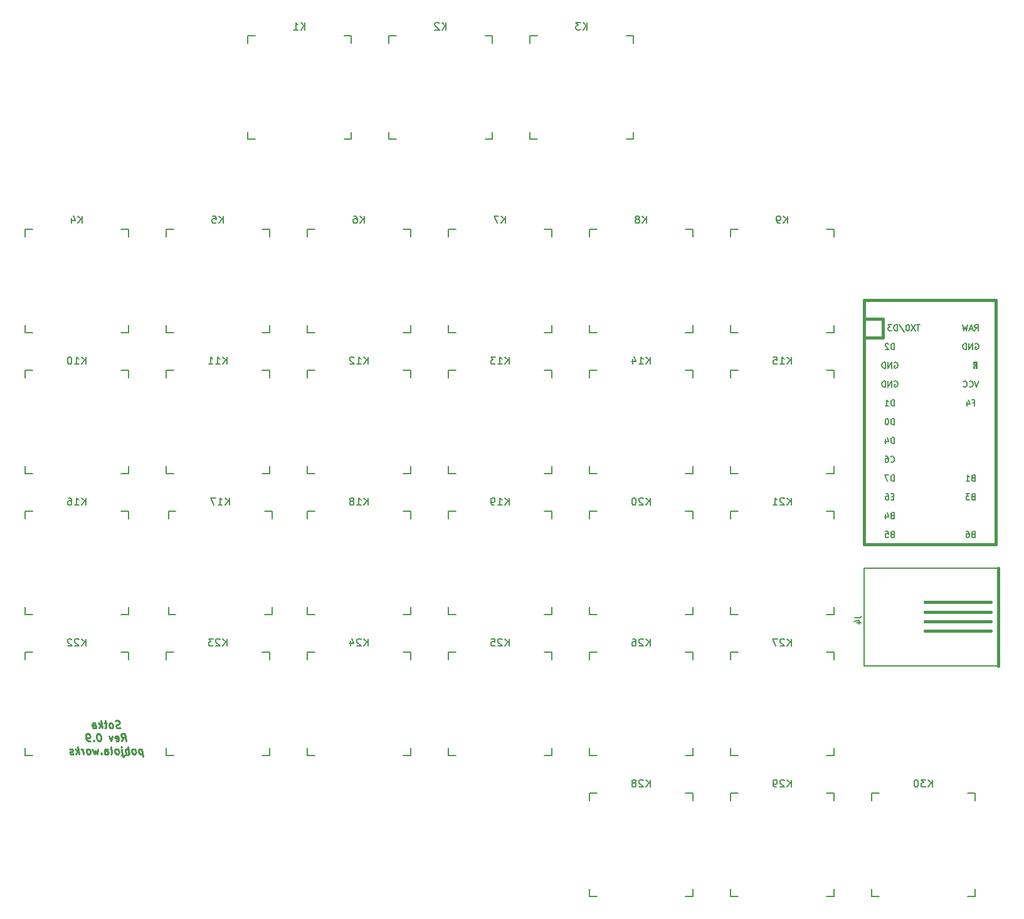
<source format=gbo>
G04 #@! TF.GenerationSoftware,KiCad,Pcbnew,(5.1.5-0-10_14)*
G04 #@! TF.CreationDate,2021-05-07T17:03:44+03:00*
G04 #@! TF.ProjectId,Sotka,536f746b-612e-46b6-9963-61645f706362,rev?*
G04 #@! TF.SameCoordinates,Original*
G04 #@! TF.FileFunction,Legend,Bot*
G04 #@! TF.FilePolarity,Positive*
%FSLAX46Y46*%
G04 Gerber Fmt 4.6, Leading zero omitted, Abs format (unit mm)*
G04 Created by KiCad (PCBNEW (5.1.5-0-10_14)) date 2021-05-07 17:03:44*
%MOMM*%
%LPD*%
G04 APERTURE LIST*
%ADD10C,0.250000*%
%ADD11C,0.150000*%
%ADD12C,0.381000*%
%ADD13C,0.177800*%
%ADD14C,0.152400*%
G04 APERTURE END LIST*
D10*
X39213110Y-117534761D02*
X39076205Y-117582380D01*
X38838110Y-117582380D01*
X38736919Y-117534761D01*
X38683348Y-117487142D01*
X38623824Y-117391904D01*
X38611919Y-117296666D01*
X38647633Y-117201428D01*
X38689300Y-117153809D01*
X38778586Y-117106190D01*
X38963110Y-117058571D01*
X39052395Y-117010952D01*
X39094062Y-116963333D01*
X39129776Y-116868095D01*
X39117872Y-116772857D01*
X39058348Y-116677619D01*
X39004776Y-116630000D01*
X38903586Y-116582380D01*
X38665491Y-116582380D01*
X38528586Y-116630000D01*
X38076205Y-117582380D02*
X38165491Y-117534761D01*
X38207157Y-117487142D01*
X38242872Y-117391904D01*
X38207157Y-117106190D01*
X38147633Y-117010952D01*
X38094062Y-116963333D01*
X37992872Y-116915714D01*
X37850014Y-116915714D01*
X37760729Y-116963333D01*
X37719062Y-117010952D01*
X37683348Y-117106190D01*
X37719062Y-117391904D01*
X37778586Y-117487142D01*
X37832157Y-117534761D01*
X37933348Y-117582380D01*
X38076205Y-117582380D01*
X37373824Y-116915714D02*
X36992872Y-116915714D01*
X37189300Y-116582380D02*
X37296443Y-117439523D01*
X37260729Y-117534761D01*
X37171443Y-117582380D01*
X37076205Y-117582380D01*
X36742872Y-117582380D02*
X36617872Y-116582380D01*
X36600014Y-117201428D02*
X36361919Y-117582380D01*
X36278586Y-116915714D02*
X36707157Y-117296666D01*
X35504776Y-117582380D02*
X35439300Y-117058571D01*
X35475014Y-116963333D01*
X35564300Y-116915714D01*
X35754776Y-116915714D01*
X35855967Y-116963333D01*
X35498824Y-117534761D02*
X35600014Y-117582380D01*
X35838110Y-117582380D01*
X35927395Y-117534761D01*
X35963110Y-117439523D01*
X35951205Y-117344285D01*
X35891681Y-117249047D01*
X35790491Y-117201428D01*
X35552395Y-117201428D01*
X35451205Y-117153809D01*
X39409538Y-119332380D02*
X39683348Y-118856190D01*
X39980967Y-119332380D02*
X39855967Y-118332380D01*
X39475014Y-118332380D01*
X39385729Y-118380000D01*
X39344062Y-118427619D01*
X39308348Y-118522857D01*
X39326205Y-118665714D01*
X39385729Y-118760952D01*
X39439300Y-118808571D01*
X39540491Y-118856190D01*
X39921443Y-118856190D01*
X38594062Y-119284761D02*
X38695252Y-119332380D01*
X38885729Y-119332380D01*
X38975014Y-119284761D01*
X39010729Y-119189523D01*
X38963110Y-118808571D01*
X38903586Y-118713333D01*
X38802395Y-118665714D01*
X38611919Y-118665714D01*
X38522633Y-118713333D01*
X38486919Y-118808571D01*
X38498824Y-118903809D01*
X38986919Y-118999047D01*
X38135729Y-118665714D02*
X37980967Y-119332380D01*
X37659538Y-118665714D01*
X36284538Y-118332380D02*
X36189300Y-118332380D01*
X36100014Y-118380000D01*
X36058348Y-118427619D01*
X36022633Y-118522857D01*
X35998824Y-118713333D01*
X36028586Y-118951428D01*
X36100014Y-119141904D01*
X36159538Y-119237142D01*
X36213110Y-119284761D01*
X36314300Y-119332380D01*
X36409538Y-119332380D01*
X36498824Y-119284761D01*
X36540491Y-119237142D01*
X36576205Y-119141904D01*
X36600014Y-118951428D01*
X36570252Y-118713333D01*
X36498824Y-118522857D01*
X36439300Y-118427619D01*
X36385729Y-118380000D01*
X36284538Y-118332380D01*
X35635729Y-119237142D02*
X35594062Y-119284761D01*
X35647633Y-119332380D01*
X35689300Y-119284761D01*
X35635729Y-119237142D01*
X35647633Y-119332380D01*
X35123824Y-119332380D02*
X34933348Y-119332380D01*
X34832157Y-119284761D01*
X34778586Y-119237142D01*
X34665491Y-119094285D01*
X34594062Y-118903809D01*
X34546443Y-118522857D01*
X34582157Y-118427619D01*
X34623824Y-118380000D01*
X34713110Y-118332380D01*
X34903586Y-118332380D01*
X35004776Y-118380000D01*
X35058348Y-118427619D01*
X35117872Y-118522857D01*
X35147633Y-118760952D01*
X35111919Y-118856190D01*
X35070252Y-118903809D01*
X34980967Y-118951428D01*
X34790491Y-118951428D01*
X34689300Y-118903809D01*
X34635729Y-118856190D01*
X34576205Y-118760952D01*
X42111919Y-120415714D02*
X42236919Y-121415714D01*
X42117872Y-120463333D02*
X42016681Y-120415714D01*
X41826205Y-120415714D01*
X41736919Y-120463333D01*
X41695252Y-120510952D01*
X41659538Y-120606190D01*
X41695252Y-120891904D01*
X41754776Y-120987142D01*
X41808348Y-121034761D01*
X41909538Y-121082380D01*
X42100014Y-121082380D01*
X42189300Y-121034761D01*
X41147633Y-121082380D02*
X41236919Y-121034761D01*
X41278586Y-120987142D01*
X41314300Y-120891904D01*
X41278586Y-120606190D01*
X41219062Y-120510952D01*
X41165491Y-120463333D01*
X41064300Y-120415714D01*
X40921443Y-120415714D01*
X40832157Y-120463333D01*
X40790491Y-120510952D01*
X40754776Y-120606190D01*
X40790491Y-120891904D01*
X40850014Y-120987142D01*
X40903586Y-121034761D01*
X41004776Y-121082380D01*
X41147633Y-121082380D01*
X40385729Y-121082380D02*
X40260729Y-120082380D01*
X39957157Y-121082380D02*
X39891681Y-120558571D01*
X39927395Y-120463333D01*
X40016681Y-120415714D01*
X40159538Y-120415714D01*
X40260729Y-120463333D01*
X40314300Y-120510952D01*
X39397633Y-120415714D02*
X39504776Y-121272857D01*
X39564300Y-121368095D01*
X39665491Y-121415714D01*
X39713110Y-121415714D01*
X39355967Y-120082380D02*
X39409538Y-120130000D01*
X39367872Y-120177619D01*
X39314300Y-120130000D01*
X39355967Y-120082380D01*
X39367872Y-120177619D01*
X38861919Y-121082380D02*
X38951205Y-121034761D01*
X38992872Y-120987142D01*
X39028586Y-120891904D01*
X38992872Y-120606190D01*
X38933348Y-120510952D01*
X38879776Y-120463333D01*
X38778586Y-120415714D01*
X38635729Y-120415714D01*
X38546443Y-120463333D01*
X38504776Y-120510952D01*
X38469062Y-120606190D01*
X38504776Y-120891904D01*
X38564300Y-120987142D01*
X38617872Y-121034761D01*
X38719062Y-121082380D01*
X38861919Y-121082380D01*
X37957157Y-121082380D02*
X38046443Y-121034761D01*
X38082157Y-120939523D01*
X37975014Y-120082380D01*
X37147633Y-121082380D02*
X37082157Y-120558571D01*
X37117872Y-120463333D01*
X37207157Y-120415714D01*
X37397633Y-120415714D01*
X37498824Y-120463333D01*
X37141681Y-121034761D02*
X37242872Y-121082380D01*
X37480967Y-121082380D01*
X37570252Y-121034761D01*
X37605967Y-120939523D01*
X37594062Y-120844285D01*
X37534538Y-120749047D01*
X37433348Y-120701428D01*
X37195252Y-120701428D01*
X37094062Y-120653809D01*
X36659538Y-120987142D02*
X36617872Y-121034761D01*
X36671443Y-121082380D01*
X36713110Y-121034761D01*
X36659538Y-120987142D01*
X36671443Y-121082380D01*
X36207157Y-120415714D02*
X36100014Y-121082380D01*
X35850014Y-120606190D01*
X35719062Y-121082380D01*
X35445252Y-120415714D01*
X35004776Y-121082380D02*
X35094062Y-121034761D01*
X35135729Y-120987142D01*
X35171443Y-120891904D01*
X35135729Y-120606190D01*
X35076205Y-120510952D01*
X35022633Y-120463333D01*
X34921443Y-120415714D01*
X34778586Y-120415714D01*
X34689300Y-120463333D01*
X34647633Y-120510952D01*
X34611919Y-120606190D01*
X34647633Y-120891904D01*
X34707157Y-120987142D01*
X34760729Y-121034761D01*
X34861919Y-121082380D01*
X35004776Y-121082380D01*
X34242872Y-121082380D02*
X34159538Y-120415714D01*
X34183348Y-120606190D02*
X34123824Y-120510952D01*
X34070252Y-120463333D01*
X33969062Y-120415714D01*
X33873824Y-120415714D01*
X33623824Y-121082380D02*
X33498824Y-120082380D01*
X33480967Y-120701428D02*
X33242872Y-121082380D01*
X33159538Y-120415714D02*
X33588110Y-120796666D01*
X32855967Y-121034761D02*
X32766681Y-121082380D01*
X32576205Y-121082380D01*
X32475014Y-121034761D01*
X32415491Y-120939523D01*
X32409538Y-120891904D01*
X32445252Y-120796666D01*
X32534538Y-120749047D01*
X32677395Y-120749047D01*
X32766681Y-120701428D01*
X32802395Y-120606190D01*
X32796443Y-120558571D01*
X32736919Y-120463333D01*
X32635729Y-120415714D01*
X32492872Y-120415714D01*
X32403586Y-120463333D01*
D11*
X26337500Y-107300000D02*
X27337500Y-107300000D01*
X39337500Y-107300000D02*
X40337500Y-107300000D01*
X40337500Y-107300000D02*
X40337500Y-108300000D01*
X40337500Y-121300000D02*
X39337500Y-121300000D01*
X40337500Y-120300000D02*
X40337500Y-121300000D01*
X27337500Y-121300000D02*
X26337500Y-121300000D01*
X26337500Y-121300000D02*
X26337500Y-120300000D01*
X26337500Y-108300000D02*
X26337500Y-107300000D01*
X26337500Y-69200000D02*
X27337500Y-69200000D01*
X39337500Y-69200000D02*
X40337500Y-69200000D01*
X40337500Y-69200000D02*
X40337500Y-70200000D01*
X40337500Y-83200000D02*
X39337500Y-83200000D01*
X40337500Y-82200000D02*
X40337500Y-83200000D01*
X27337500Y-83200000D02*
X26337500Y-83200000D01*
X26337500Y-83200000D02*
X26337500Y-82200000D01*
X26337500Y-70200000D02*
X26337500Y-69200000D01*
X26337500Y-88250000D02*
X27337500Y-88250000D01*
X39337500Y-88250000D02*
X40337500Y-88250000D01*
X40337500Y-88250000D02*
X40337500Y-89250000D01*
X40337500Y-102250000D02*
X39337500Y-102250000D01*
X40337500Y-101250000D02*
X40337500Y-102250000D01*
X27337500Y-102250000D02*
X26337500Y-102250000D01*
X26337500Y-102250000D02*
X26337500Y-101250000D01*
X26337500Y-89250000D02*
X26337500Y-88250000D01*
X45387500Y-107300000D02*
X46387500Y-107300000D01*
X58387500Y-107300000D02*
X59387500Y-107300000D01*
X59387500Y-107300000D02*
X59387500Y-108300000D01*
X59387500Y-121300000D02*
X58387500Y-121300000D01*
X59387500Y-120300000D02*
X59387500Y-121300000D01*
X46387500Y-121300000D02*
X45387500Y-121300000D01*
X45387500Y-121300000D02*
X45387500Y-120300000D01*
X45387500Y-108300000D02*
X45387500Y-107300000D01*
X45387500Y-69200000D02*
X46387500Y-69200000D01*
X58387500Y-69200000D02*
X59387500Y-69200000D01*
X59387500Y-69200000D02*
X59387500Y-70200000D01*
X59387500Y-83200000D02*
X58387500Y-83200000D01*
X59387500Y-82200000D02*
X59387500Y-83200000D01*
X46387500Y-83200000D02*
X45387500Y-83200000D01*
X45387500Y-83200000D02*
X45387500Y-82200000D01*
X45387500Y-70200000D02*
X45387500Y-69200000D01*
X45705000Y-88250000D02*
X46705000Y-88250000D01*
X58705000Y-88250000D02*
X59705000Y-88250000D01*
X59705000Y-88250000D02*
X59705000Y-89250000D01*
X59705000Y-102250000D02*
X58705000Y-102250000D01*
X59705000Y-101250000D02*
X59705000Y-102250000D01*
X46705000Y-102250000D02*
X45705000Y-102250000D01*
X45705000Y-102250000D02*
X45705000Y-101250000D01*
X45705000Y-89250000D02*
X45705000Y-88250000D01*
X45387500Y-50150000D02*
X46387500Y-50150000D01*
X58387500Y-50150000D02*
X59387500Y-50150000D01*
X59387500Y-50150000D02*
X59387500Y-51150000D01*
X59387500Y-64150000D02*
X58387500Y-64150000D01*
X59387500Y-63150000D02*
X59387500Y-64150000D01*
X46387500Y-64150000D02*
X45387500Y-64150000D01*
X45387500Y-64150000D02*
X45387500Y-63150000D01*
X45387500Y-51150000D02*
X45387500Y-50150000D01*
X64437500Y-107300000D02*
X65437500Y-107300000D01*
X77437500Y-107300000D02*
X78437500Y-107300000D01*
X78437500Y-107300000D02*
X78437500Y-108300000D01*
X78437500Y-121300000D02*
X77437500Y-121300000D01*
X78437500Y-120300000D02*
X78437500Y-121300000D01*
X65437500Y-121300000D02*
X64437500Y-121300000D01*
X64437500Y-121300000D02*
X64437500Y-120300000D01*
X64437500Y-108300000D02*
X64437500Y-107300000D01*
X102537500Y-126350000D02*
X103537500Y-126350000D01*
X115537500Y-126350000D02*
X116537500Y-126350000D01*
X116537500Y-126350000D02*
X116537500Y-127350000D01*
X116537500Y-140350000D02*
X115537500Y-140350000D01*
X116537500Y-139350000D02*
X116537500Y-140350000D01*
X103537500Y-140350000D02*
X102537500Y-140350000D01*
X102537500Y-140350000D02*
X102537500Y-139350000D01*
X102537500Y-127350000D02*
X102537500Y-126350000D01*
X64437500Y-69200000D02*
X65437500Y-69200000D01*
X77437500Y-69200000D02*
X78437500Y-69200000D01*
X78437500Y-69200000D02*
X78437500Y-70200000D01*
X78437500Y-83200000D02*
X77437500Y-83200000D01*
X78437500Y-82200000D02*
X78437500Y-83200000D01*
X65437500Y-83200000D02*
X64437500Y-83200000D01*
X64437500Y-83200000D02*
X64437500Y-82200000D01*
X64437500Y-70200000D02*
X64437500Y-69200000D01*
X64437500Y-88250000D02*
X65437500Y-88250000D01*
X77437500Y-88250000D02*
X78437500Y-88250000D01*
X78437500Y-88250000D02*
X78437500Y-89250000D01*
X78437500Y-102250000D02*
X77437500Y-102250000D01*
X78437500Y-101250000D02*
X78437500Y-102250000D01*
X65437500Y-102250000D02*
X64437500Y-102250000D01*
X64437500Y-102250000D02*
X64437500Y-101250000D01*
X64437500Y-89250000D02*
X64437500Y-88250000D01*
X64437500Y-50150000D02*
X65437500Y-50150000D01*
X77437500Y-50150000D02*
X78437500Y-50150000D01*
X78437500Y-50150000D02*
X78437500Y-51150000D01*
X78437500Y-64150000D02*
X77437500Y-64150000D01*
X78437500Y-63150000D02*
X78437500Y-64150000D01*
X65437500Y-64150000D02*
X64437500Y-64150000D01*
X64437500Y-64150000D02*
X64437500Y-63150000D01*
X64437500Y-51150000D02*
X64437500Y-50150000D01*
X83487500Y-107300000D02*
X84487500Y-107300000D01*
X96487500Y-107300000D02*
X97487500Y-107300000D01*
X97487500Y-107300000D02*
X97487500Y-108300000D01*
X97487500Y-121300000D02*
X96487500Y-121300000D01*
X97487500Y-120300000D02*
X97487500Y-121300000D01*
X84487500Y-121300000D02*
X83487500Y-121300000D01*
X83487500Y-121300000D02*
X83487500Y-120300000D01*
X83487500Y-108300000D02*
X83487500Y-107300000D01*
X121587500Y-126350000D02*
X122587500Y-126350000D01*
X134587500Y-126350000D02*
X135587500Y-126350000D01*
X135587500Y-126350000D02*
X135587500Y-127350000D01*
X135587500Y-140350000D02*
X134587500Y-140350000D01*
X135587500Y-139350000D02*
X135587500Y-140350000D01*
X122587500Y-140350000D02*
X121587500Y-140350000D01*
X121587500Y-140350000D02*
X121587500Y-139350000D01*
X121587500Y-127350000D02*
X121587500Y-126350000D01*
X83487500Y-69200000D02*
X84487500Y-69200000D01*
X96487500Y-69200000D02*
X97487500Y-69200000D01*
X97487500Y-69200000D02*
X97487500Y-70200000D01*
X97487500Y-83200000D02*
X96487500Y-83200000D01*
X97487500Y-82200000D02*
X97487500Y-83200000D01*
X84487500Y-83200000D02*
X83487500Y-83200000D01*
X83487500Y-83200000D02*
X83487500Y-82200000D01*
X83487500Y-70200000D02*
X83487500Y-69200000D01*
X83487500Y-88250000D02*
X84487500Y-88250000D01*
X96487500Y-88250000D02*
X97487500Y-88250000D01*
X97487500Y-88250000D02*
X97487500Y-89250000D01*
X97487500Y-102250000D02*
X96487500Y-102250000D01*
X97487500Y-101250000D02*
X97487500Y-102250000D01*
X84487500Y-102250000D02*
X83487500Y-102250000D01*
X83487500Y-102250000D02*
X83487500Y-101250000D01*
X83487500Y-89250000D02*
X83487500Y-88250000D01*
X83487500Y-50150000D02*
X84487500Y-50150000D01*
X96487500Y-50150000D02*
X97487500Y-50150000D01*
X97487500Y-50150000D02*
X97487500Y-51150000D01*
X97487500Y-64150000D02*
X96487500Y-64150000D01*
X97487500Y-63150000D02*
X97487500Y-64150000D01*
X84487500Y-64150000D02*
X83487500Y-64150000D01*
X83487500Y-64150000D02*
X83487500Y-63150000D01*
X83487500Y-51150000D02*
X83487500Y-50150000D01*
X102537500Y-107300000D02*
X103537500Y-107300000D01*
X115537500Y-107300000D02*
X116537500Y-107300000D01*
X116537500Y-107300000D02*
X116537500Y-108300000D01*
X116537500Y-121300000D02*
X115537500Y-121300000D01*
X116537500Y-120300000D02*
X116537500Y-121300000D01*
X103537500Y-121300000D02*
X102537500Y-121300000D01*
X102537500Y-121300000D02*
X102537500Y-120300000D01*
X102537500Y-108300000D02*
X102537500Y-107300000D01*
X140637500Y-126350000D02*
X141637500Y-126350000D01*
X153637500Y-126350000D02*
X154637500Y-126350000D01*
X154637500Y-126350000D02*
X154637500Y-127350000D01*
X154637500Y-140350000D02*
X153637500Y-140350000D01*
X154637500Y-139350000D02*
X154637500Y-140350000D01*
X141637500Y-140350000D02*
X140637500Y-140350000D01*
X140637500Y-140350000D02*
X140637500Y-139350000D01*
X140637500Y-127350000D02*
X140637500Y-126350000D01*
X102537500Y-69200000D02*
X103537500Y-69200000D01*
X115537500Y-69200000D02*
X116537500Y-69200000D01*
X116537500Y-69200000D02*
X116537500Y-70200000D01*
X116537500Y-83200000D02*
X115537500Y-83200000D01*
X116537500Y-82200000D02*
X116537500Y-83200000D01*
X103537500Y-83200000D02*
X102537500Y-83200000D01*
X102537500Y-83200000D02*
X102537500Y-82200000D01*
X102537500Y-70200000D02*
X102537500Y-69200000D01*
X102537500Y-88250000D02*
X103537500Y-88250000D01*
X115537500Y-88250000D02*
X116537500Y-88250000D01*
X116537500Y-88250000D02*
X116537500Y-89250000D01*
X116537500Y-102250000D02*
X115537500Y-102250000D01*
X116537500Y-101250000D02*
X116537500Y-102250000D01*
X103537500Y-102250000D02*
X102537500Y-102250000D01*
X102537500Y-102250000D02*
X102537500Y-101250000D01*
X102537500Y-89250000D02*
X102537500Y-88250000D01*
X102537500Y-50150000D02*
X103537500Y-50150000D01*
X115537500Y-50150000D02*
X116537500Y-50150000D01*
X116537500Y-50150000D02*
X116537500Y-51150000D01*
X116537500Y-64150000D02*
X115537500Y-64150000D01*
X116537500Y-63150000D02*
X116537500Y-64150000D01*
X103537500Y-64150000D02*
X102537500Y-64150000D01*
X102537500Y-64150000D02*
X102537500Y-63150000D01*
X102537500Y-51150000D02*
X102537500Y-50150000D01*
X121587500Y-107300000D02*
X122587500Y-107300000D01*
X134587500Y-107300000D02*
X135587500Y-107300000D01*
X135587500Y-107300000D02*
X135587500Y-108300000D01*
X135587500Y-121300000D02*
X134587500Y-121300000D01*
X135587500Y-120300000D02*
X135587500Y-121300000D01*
X122587500Y-121300000D02*
X121587500Y-121300000D01*
X121587500Y-121300000D02*
X121587500Y-120300000D01*
X121587500Y-108300000D02*
X121587500Y-107300000D01*
X121587500Y-69200000D02*
X122587500Y-69200000D01*
X134587500Y-69200000D02*
X135587500Y-69200000D01*
X135587500Y-69200000D02*
X135587500Y-70200000D01*
X135587500Y-83200000D02*
X134587500Y-83200000D01*
X135587500Y-82200000D02*
X135587500Y-83200000D01*
X122587500Y-83200000D02*
X121587500Y-83200000D01*
X121587500Y-83200000D02*
X121587500Y-82200000D01*
X121587500Y-70200000D02*
X121587500Y-69200000D01*
X121587500Y-88250000D02*
X122587500Y-88250000D01*
X134587500Y-88250000D02*
X135587500Y-88250000D01*
X135587500Y-88250000D02*
X135587500Y-89250000D01*
X135587500Y-102250000D02*
X134587500Y-102250000D01*
X135587500Y-101250000D02*
X135587500Y-102250000D01*
X122587500Y-102250000D02*
X121587500Y-102250000D01*
X121587500Y-102250000D02*
X121587500Y-101250000D01*
X121587500Y-89250000D02*
X121587500Y-88250000D01*
X121587500Y-50150000D02*
X122587500Y-50150000D01*
X134587500Y-50150000D02*
X135587500Y-50150000D01*
X135587500Y-50150000D02*
X135587500Y-51150000D01*
X135587500Y-64150000D02*
X134587500Y-64150000D01*
X135587500Y-63150000D02*
X135587500Y-64150000D01*
X122587500Y-64150000D02*
X121587500Y-64150000D01*
X121587500Y-64150000D02*
X121587500Y-63150000D01*
X121587500Y-51150000D02*
X121587500Y-50150000D01*
X26337500Y-50150000D02*
X27337500Y-50150000D01*
X39337500Y-50150000D02*
X40337500Y-50150000D01*
X40337500Y-50150000D02*
X40337500Y-51150000D01*
X40337500Y-64150000D02*
X39337500Y-64150000D01*
X40337500Y-63150000D02*
X40337500Y-64150000D01*
X27337500Y-64150000D02*
X26337500Y-64150000D01*
X26337500Y-64150000D02*
X26337500Y-63150000D01*
X26337500Y-51150000D02*
X26337500Y-50150000D01*
D12*
X142220000Y-62230000D02*
X139680000Y-62230000D01*
X157460000Y-59690000D02*
X139680000Y-59690000D01*
X139680000Y-59690000D02*
X139680000Y-92710000D01*
X139680000Y-92710000D02*
X157460000Y-92710000D01*
X157460000Y-92710000D02*
X157460000Y-59690000D01*
D11*
G36*
X154414635Y-68119030D02*
G01*
X154414635Y-68219030D01*
X154914635Y-68219030D01*
X154914635Y-68119030D01*
X154414635Y-68119030D01*
G37*
X154414635Y-68119030D02*
X154414635Y-68219030D01*
X154914635Y-68219030D01*
X154914635Y-68119030D01*
X154414635Y-68119030D01*
G36*
X154414635Y-68119030D02*
G01*
X154414635Y-68419030D01*
X154514635Y-68419030D01*
X154514635Y-68119030D01*
X154414635Y-68119030D01*
G37*
X154414635Y-68119030D02*
X154414635Y-68419030D01*
X154514635Y-68419030D01*
X154514635Y-68119030D01*
X154414635Y-68119030D01*
G36*
X154414635Y-68719030D02*
G01*
X154414635Y-68919030D01*
X154514635Y-68919030D01*
X154514635Y-68719030D01*
X154414635Y-68719030D01*
G37*
X154414635Y-68719030D02*
X154414635Y-68919030D01*
X154514635Y-68919030D01*
X154514635Y-68719030D01*
X154414635Y-68719030D01*
G36*
X154814635Y-68119030D02*
G01*
X154814635Y-68919030D01*
X154914635Y-68919030D01*
X154914635Y-68119030D01*
X154814635Y-68119030D01*
G37*
X154814635Y-68119030D02*
X154814635Y-68919030D01*
X154914635Y-68919030D01*
X154914635Y-68119030D01*
X154814635Y-68119030D01*
G36*
X154614635Y-68519030D02*
G01*
X154614635Y-68619030D01*
X154714635Y-68619030D01*
X154714635Y-68519030D01*
X154614635Y-68519030D01*
G37*
X154614635Y-68519030D02*
X154614635Y-68619030D01*
X154714635Y-68619030D01*
X154714635Y-68519030D01*
X154614635Y-68519030D01*
D12*
X142220000Y-62230000D02*
X142220000Y-64770000D01*
X142220000Y-64770000D02*
X139680000Y-64770000D01*
D11*
X56412500Y-24012500D02*
X57412500Y-24012500D01*
X69412500Y-24012500D02*
X70412500Y-24012500D01*
X70412500Y-24012500D02*
X70412500Y-25012500D01*
X70412500Y-38012500D02*
X69412500Y-38012500D01*
X70412500Y-37012500D02*
X70412500Y-38012500D01*
X57412500Y-38012500D02*
X56412500Y-38012500D01*
X56412500Y-38012500D02*
X56412500Y-37012500D01*
X56412500Y-25012500D02*
X56412500Y-24012500D01*
X75462500Y-24012500D02*
X76462500Y-24012500D01*
X88462500Y-24012500D02*
X89462500Y-24012500D01*
X89462500Y-24012500D02*
X89462500Y-25012500D01*
X89462500Y-38012500D02*
X88462500Y-38012500D01*
X89462500Y-37012500D02*
X89462500Y-38012500D01*
X76462500Y-38012500D02*
X75462500Y-38012500D01*
X75462500Y-38012500D02*
X75462500Y-37012500D01*
X75462500Y-25012500D02*
X75462500Y-24012500D01*
X94512500Y-24012500D02*
X95512500Y-24012500D01*
X107512500Y-24012500D02*
X108512500Y-24012500D01*
X108512500Y-24012500D02*
X108512500Y-25012500D01*
X108512500Y-38012500D02*
X107512500Y-38012500D01*
X108512500Y-37012500D02*
X108512500Y-38012500D01*
X95512500Y-38012500D02*
X94512500Y-38012500D01*
X94512500Y-38012500D02*
X94512500Y-37012500D01*
X94512500Y-25012500D02*
X94512500Y-24012500D01*
D12*
X157764000Y-95956000D02*
X157764000Y-109164000D01*
X147858000Y-100528000D02*
X156748000Y-100528000D01*
X147858000Y-101925000D02*
X156748000Y-101925000D01*
X147860000Y-103195000D02*
X156748000Y-103195000D01*
X147860000Y-104465000D02*
X156748000Y-104465000D01*
D13*
X139653800Y-109164000D02*
X139653800Y-95956000D01*
X139653800Y-109164000D02*
X157764000Y-109164000D01*
X139653800Y-95956000D02*
X157764000Y-95956000D01*
D11*
X34551785Y-106497380D02*
X34551785Y-105497380D01*
X33980357Y-106497380D02*
X34408928Y-105925952D01*
X33980357Y-105497380D02*
X34551785Y-106068809D01*
X33599404Y-105592619D02*
X33551785Y-105545000D01*
X33456547Y-105497380D01*
X33218452Y-105497380D01*
X33123214Y-105545000D01*
X33075595Y-105592619D01*
X33027976Y-105687857D01*
X33027976Y-105783095D01*
X33075595Y-105925952D01*
X33647023Y-106497380D01*
X33027976Y-106497380D01*
X32647023Y-105592619D02*
X32599404Y-105545000D01*
X32504166Y-105497380D01*
X32266071Y-105497380D01*
X32170833Y-105545000D01*
X32123214Y-105592619D01*
X32075595Y-105687857D01*
X32075595Y-105783095D01*
X32123214Y-105925952D01*
X32694642Y-106497380D01*
X32075595Y-106497380D01*
X34551785Y-106497380D02*
X34551785Y-105497380D01*
X33980357Y-106497380D02*
X34408928Y-105925952D01*
X33980357Y-105497380D02*
X34551785Y-106068809D01*
X33599404Y-105592619D02*
X33551785Y-105545000D01*
X33456547Y-105497380D01*
X33218452Y-105497380D01*
X33123214Y-105545000D01*
X33075595Y-105592619D01*
X33027976Y-105687857D01*
X33027976Y-105783095D01*
X33075595Y-105925952D01*
X33647023Y-106497380D01*
X33027976Y-106497380D01*
X32647023Y-105592619D02*
X32599404Y-105545000D01*
X32504166Y-105497380D01*
X32266071Y-105497380D01*
X32170833Y-105545000D01*
X32123214Y-105592619D01*
X32075595Y-105687857D01*
X32075595Y-105783095D01*
X32123214Y-105925952D01*
X32694642Y-106497380D01*
X32075595Y-106497380D01*
X34551785Y-68397380D02*
X34551785Y-67397380D01*
X33980357Y-68397380D02*
X34408928Y-67825952D01*
X33980357Y-67397380D02*
X34551785Y-67968809D01*
X33027976Y-68397380D02*
X33599404Y-68397380D01*
X33313690Y-68397380D02*
X33313690Y-67397380D01*
X33408928Y-67540238D01*
X33504166Y-67635476D01*
X33599404Y-67683095D01*
X32408928Y-67397380D02*
X32313690Y-67397380D01*
X32218452Y-67445000D01*
X32170833Y-67492619D01*
X32123214Y-67587857D01*
X32075595Y-67778333D01*
X32075595Y-68016428D01*
X32123214Y-68206904D01*
X32170833Y-68302142D01*
X32218452Y-68349761D01*
X32313690Y-68397380D01*
X32408928Y-68397380D01*
X32504166Y-68349761D01*
X32551785Y-68302142D01*
X32599404Y-68206904D01*
X32647023Y-68016428D01*
X32647023Y-67778333D01*
X32599404Y-67587857D01*
X32551785Y-67492619D01*
X32504166Y-67445000D01*
X32408928Y-67397380D01*
X34551785Y-68397380D02*
X34551785Y-67397380D01*
X33980357Y-68397380D02*
X34408928Y-67825952D01*
X33980357Y-67397380D02*
X34551785Y-67968809D01*
X33027976Y-68397380D02*
X33599404Y-68397380D01*
X33313690Y-68397380D02*
X33313690Y-67397380D01*
X33408928Y-67540238D01*
X33504166Y-67635476D01*
X33599404Y-67683095D01*
X32408928Y-67397380D02*
X32313690Y-67397380D01*
X32218452Y-67445000D01*
X32170833Y-67492619D01*
X32123214Y-67587857D01*
X32075595Y-67778333D01*
X32075595Y-68016428D01*
X32123214Y-68206904D01*
X32170833Y-68302142D01*
X32218452Y-68349761D01*
X32313690Y-68397380D01*
X32408928Y-68397380D01*
X32504166Y-68349761D01*
X32551785Y-68302142D01*
X32599404Y-68206904D01*
X32647023Y-68016428D01*
X32647023Y-67778333D01*
X32599404Y-67587857D01*
X32551785Y-67492619D01*
X32504166Y-67445000D01*
X32408928Y-67397380D01*
X34551785Y-87447380D02*
X34551785Y-86447380D01*
X33980357Y-87447380D02*
X34408928Y-86875952D01*
X33980357Y-86447380D02*
X34551785Y-87018809D01*
X33027976Y-87447380D02*
X33599404Y-87447380D01*
X33313690Y-87447380D02*
X33313690Y-86447380D01*
X33408928Y-86590238D01*
X33504166Y-86685476D01*
X33599404Y-86733095D01*
X32170833Y-86447380D02*
X32361309Y-86447380D01*
X32456547Y-86495000D01*
X32504166Y-86542619D01*
X32599404Y-86685476D01*
X32647023Y-86875952D01*
X32647023Y-87256904D01*
X32599404Y-87352142D01*
X32551785Y-87399761D01*
X32456547Y-87447380D01*
X32266071Y-87447380D01*
X32170833Y-87399761D01*
X32123214Y-87352142D01*
X32075595Y-87256904D01*
X32075595Y-87018809D01*
X32123214Y-86923571D01*
X32170833Y-86875952D01*
X32266071Y-86828333D01*
X32456547Y-86828333D01*
X32551785Y-86875952D01*
X32599404Y-86923571D01*
X32647023Y-87018809D01*
X34551785Y-87447380D02*
X34551785Y-86447380D01*
X33980357Y-87447380D02*
X34408928Y-86875952D01*
X33980357Y-86447380D02*
X34551785Y-87018809D01*
X33027976Y-87447380D02*
X33599404Y-87447380D01*
X33313690Y-87447380D02*
X33313690Y-86447380D01*
X33408928Y-86590238D01*
X33504166Y-86685476D01*
X33599404Y-86733095D01*
X32170833Y-86447380D02*
X32361309Y-86447380D01*
X32456547Y-86495000D01*
X32504166Y-86542619D01*
X32599404Y-86685476D01*
X32647023Y-86875952D01*
X32647023Y-87256904D01*
X32599404Y-87352142D01*
X32551785Y-87399761D01*
X32456547Y-87447380D01*
X32266071Y-87447380D01*
X32170833Y-87399761D01*
X32123214Y-87352142D01*
X32075595Y-87256904D01*
X32075595Y-87018809D01*
X32123214Y-86923571D01*
X32170833Y-86875952D01*
X32266071Y-86828333D01*
X32456547Y-86828333D01*
X32551785Y-86875952D01*
X32599404Y-86923571D01*
X32647023Y-87018809D01*
X53601785Y-106497380D02*
X53601785Y-105497380D01*
X53030357Y-106497380D02*
X53458928Y-105925952D01*
X53030357Y-105497380D02*
X53601785Y-106068809D01*
X52649404Y-105592619D02*
X52601785Y-105545000D01*
X52506547Y-105497380D01*
X52268452Y-105497380D01*
X52173214Y-105545000D01*
X52125595Y-105592619D01*
X52077976Y-105687857D01*
X52077976Y-105783095D01*
X52125595Y-105925952D01*
X52697023Y-106497380D01*
X52077976Y-106497380D01*
X51744642Y-105497380D02*
X51125595Y-105497380D01*
X51458928Y-105878333D01*
X51316071Y-105878333D01*
X51220833Y-105925952D01*
X51173214Y-105973571D01*
X51125595Y-106068809D01*
X51125595Y-106306904D01*
X51173214Y-106402142D01*
X51220833Y-106449761D01*
X51316071Y-106497380D01*
X51601785Y-106497380D01*
X51697023Y-106449761D01*
X51744642Y-106402142D01*
X53601785Y-106497380D02*
X53601785Y-105497380D01*
X53030357Y-106497380D02*
X53458928Y-105925952D01*
X53030357Y-105497380D02*
X53601785Y-106068809D01*
X52649404Y-105592619D02*
X52601785Y-105545000D01*
X52506547Y-105497380D01*
X52268452Y-105497380D01*
X52173214Y-105545000D01*
X52125595Y-105592619D01*
X52077976Y-105687857D01*
X52077976Y-105783095D01*
X52125595Y-105925952D01*
X52697023Y-106497380D01*
X52077976Y-106497380D01*
X51744642Y-105497380D02*
X51125595Y-105497380D01*
X51458928Y-105878333D01*
X51316071Y-105878333D01*
X51220833Y-105925952D01*
X51173214Y-105973571D01*
X51125595Y-106068809D01*
X51125595Y-106306904D01*
X51173214Y-106402142D01*
X51220833Y-106449761D01*
X51316071Y-106497380D01*
X51601785Y-106497380D01*
X51697023Y-106449761D01*
X51744642Y-106402142D01*
X53601785Y-68397380D02*
X53601785Y-67397380D01*
X53030357Y-68397380D02*
X53458928Y-67825952D01*
X53030357Y-67397380D02*
X53601785Y-67968809D01*
X52077976Y-68397380D02*
X52649404Y-68397380D01*
X52363690Y-68397380D02*
X52363690Y-67397380D01*
X52458928Y-67540238D01*
X52554166Y-67635476D01*
X52649404Y-67683095D01*
X51125595Y-68397380D02*
X51697023Y-68397380D01*
X51411309Y-68397380D02*
X51411309Y-67397380D01*
X51506547Y-67540238D01*
X51601785Y-67635476D01*
X51697023Y-67683095D01*
X53601785Y-68397380D02*
X53601785Y-67397380D01*
X53030357Y-68397380D02*
X53458928Y-67825952D01*
X53030357Y-67397380D02*
X53601785Y-67968809D01*
X52077976Y-68397380D02*
X52649404Y-68397380D01*
X52363690Y-68397380D02*
X52363690Y-67397380D01*
X52458928Y-67540238D01*
X52554166Y-67635476D01*
X52649404Y-67683095D01*
X51125595Y-68397380D02*
X51697023Y-68397380D01*
X51411309Y-68397380D02*
X51411309Y-67397380D01*
X51506547Y-67540238D01*
X51601785Y-67635476D01*
X51697023Y-67683095D01*
X53919285Y-87447380D02*
X53919285Y-86447380D01*
X53347857Y-87447380D02*
X53776428Y-86875952D01*
X53347857Y-86447380D02*
X53919285Y-87018809D01*
X52395476Y-87447380D02*
X52966904Y-87447380D01*
X52681190Y-87447380D02*
X52681190Y-86447380D01*
X52776428Y-86590238D01*
X52871666Y-86685476D01*
X52966904Y-86733095D01*
X52062142Y-86447380D02*
X51395476Y-86447380D01*
X51824047Y-87447380D01*
X53919285Y-87447380D02*
X53919285Y-86447380D01*
X53347857Y-87447380D02*
X53776428Y-86875952D01*
X53347857Y-86447380D02*
X53919285Y-87018809D01*
X52395476Y-87447380D02*
X52966904Y-87447380D01*
X52681190Y-87447380D02*
X52681190Y-86447380D01*
X52776428Y-86590238D01*
X52871666Y-86685476D01*
X52966904Y-86733095D01*
X52062142Y-86447380D02*
X51395476Y-86447380D01*
X51824047Y-87447380D01*
X53125595Y-49347380D02*
X53125595Y-48347380D01*
X52554166Y-49347380D02*
X52982738Y-48775952D01*
X52554166Y-48347380D02*
X53125595Y-48918809D01*
X51649404Y-48347380D02*
X52125595Y-48347380D01*
X52173214Y-48823571D01*
X52125595Y-48775952D01*
X52030357Y-48728333D01*
X51792261Y-48728333D01*
X51697023Y-48775952D01*
X51649404Y-48823571D01*
X51601785Y-48918809D01*
X51601785Y-49156904D01*
X51649404Y-49252142D01*
X51697023Y-49299761D01*
X51792261Y-49347380D01*
X52030357Y-49347380D01*
X52125595Y-49299761D01*
X52173214Y-49252142D01*
X53125595Y-49347380D02*
X53125595Y-48347380D01*
X52554166Y-49347380D02*
X52982738Y-48775952D01*
X52554166Y-48347380D02*
X53125595Y-48918809D01*
X51649404Y-48347380D02*
X52125595Y-48347380D01*
X52173214Y-48823571D01*
X52125595Y-48775952D01*
X52030357Y-48728333D01*
X51792261Y-48728333D01*
X51697023Y-48775952D01*
X51649404Y-48823571D01*
X51601785Y-48918809D01*
X51601785Y-49156904D01*
X51649404Y-49252142D01*
X51697023Y-49299761D01*
X51792261Y-49347380D01*
X52030357Y-49347380D01*
X52125595Y-49299761D01*
X52173214Y-49252142D01*
X72651785Y-106497380D02*
X72651785Y-105497380D01*
X72080357Y-106497380D02*
X72508928Y-105925952D01*
X72080357Y-105497380D02*
X72651785Y-106068809D01*
X71699404Y-105592619D02*
X71651785Y-105545000D01*
X71556547Y-105497380D01*
X71318452Y-105497380D01*
X71223214Y-105545000D01*
X71175595Y-105592619D01*
X71127976Y-105687857D01*
X71127976Y-105783095D01*
X71175595Y-105925952D01*
X71747023Y-106497380D01*
X71127976Y-106497380D01*
X70270833Y-105830714D02*
X70270833Y-106497380D01*
X70508928Y-105449761D02*
X70747023Y-106164047D01*
X70127976Y-106164047D01*
X72651785Y-106497380D02*
X72651785Y-105497380D01*
X72080357Y-106497380D02*
X72508928Y-105925952D01*
X72080357Y-105497380D02*
X72651785Y-106068809D01*
X71699404Y-105592619D02*
X71651785Y-105545000D01*
X71556547Y-105497380D01*
X71318452Y-105497380D01*
X71223214Y-105545000D01*
X71175595Y-105592619D01*
X71127976Y-105687857D01*
X71127976Y-105783095D01*
X71175595Y-105925952D01*
X71747023Y-106497380D01*
X71127976Y-106497380D01*
X70270833Y-105830714D02*
X70270833Y-106497380D01*
X70508928Y-105449761D02*
X70747023Y-106164047D01*
X70127976Y-106164047D01*
X110751785Y-125547380D02*
X110751785Y-124547380D01*
X110180357Y-125547380D02*
X110608928Y-124975952D01*
X110180357Y-124547380D02*
X110751785Y-125118809D01*
X109799404Y-124642619D02*
X109751785Y-124595000D01*
X109656547Y-124547380D01*
X109418452Y-124547380D01*
X109323214Y-124595000D01*
X109275595Y-124642619D01*
X109227976Y-124737857D01*
X109227976Y-124833095D01*
X109275595Y-124975952D01*
X109847023Y-125547380D01*
X109227976Y-125547380D01*
X108656547Y-124975952D02*
X108751785Y-124928333D01*
X108799404Y-124880714D01*
X108847023Y-124785476D01*
X108847023Y-124737857D01*
X108799404Y-124642619D01*
X108751785Y-124595000D01*
X108656547Y-124547380D01*
X108466071Y-124547380D01*
X108370833Y-124595000D01*
X108323214Y-124642619D01*
X108275595Y-124737857D01*
X108275595Y-124785476D01*
X108323214Y-124880714D01*
X108370833Y-124928333D01*
X108466071Y-124975952D01*
X108656547Y-124975952D01*
X108751785Y-125023571D01*
X108799404Y-125071190D01*
X108847023Y-125166428D01*
X108847023Y-125356904D01*
X108799404Y-125452142D01*
X108751785Y-125499761D01*
X108656547Y-125547380D01*
X108466071Y-125547380D01*
X108370833Y-125499761D01*
X108323214Y-125452142D01*
X108275595Y-125356904D01*
X108275595Y-125166428D01*
X108323214Y-125071190D01*
X108370833Y-125023571D01*
X108466071Y-124975952D01*
X110751785Y-125547380D02*
X110751785Y-124547380D01*
X110180357Y-125547380D02*
X110608928Y-124975952D01*
X110180357Y-124547380D02*
X110751785Y-125118809D01*
X109799404Y-124642619D02*
X109751785Y-124595000D01*
X109656547Y-124547380D01*
X109418452Y-124547380D01*
X109323214Y-124595000D01*
X109275595Y-124642619D01*
X109227976Y-124737857D01*
X109227976Y-124833095D01*
X109275595Y-124975952D01*
X109847023Y-125547380D01*
X109227976Y-125547380D01*
X108656547Y-124975952D02*
X108751785Y-124928333D01*
X108799404Y-124880714D01*
X108847023Y-124785476D01*
X108847023Y-124737857D01*
X108799404Y-124642619D01*
X108751785Y-124595000D01*
X108656547Y-124547380D01*
X108466071Y-124547380D01*
X108370833Y-124595000D01*
X108323214Y-124642619D01*
X108275595Y-124737857D01*
X108275595Y-124785476D01*
X108323214Y-124880714D01*
X108370833Y-124928333D01*
X108466071Y-124975952D01*
X108656547Y-124975952D01*
X108751785Y-125023571D01*
X108799404Y-125071190D01*
X108847023Y-125166428D01*
X108847023Y-125356904D01*
X108799404Y-125452142D01*
X108751785Y-125499761D01*
X108656547Y-125547380D01*
X108466071Y-125547380D01*
X108370833Y-125499761D01*
X108323214Y-125452142D01*
X108275595Y-125356904D01*
X108275595Y-125166428D01*
X108323214Y-125071190D01*
X108370833Y-125023571D01*
X108466071Y-124975952D01*
X72651785Y-68397380D02*
X72651785Y-67397380D01*
X72080357Y-68397380D02*
X72508928Y-67825952D01*
X72080357Y-67397380D02*
X72651785Y-67968809D01*
X71127976Y-68397380D02*
X71699404Y-68397380D01*
X71413690Y-68397380D02*
X71413690Y-67397380D01*
X71508928Y-67540238D01*
X71604166Y-67635476D01*
X71699404Y-67683095D01*
X70747023Y-67492619D02*
X70699404Y-67445000D01*
X70604166Y-67397380D01*
X70366071Y-67397380D01*
X70270833Y-67445000D01*
X70223214Y-67492619D01*
X70175595Y-67587857D01*
X70175595Y-67683095D01*
X70223214Y-67825952D01*
X70794642Y-68397380D01*
X70175595Y-68397380D01*
X72651785Y-68397380D02*
X72651785Y-67397380D01*
X72080357Y-68397380D02*
X72508928Y-67825952D01*
X72080357Y-67397380D02*
X72651785Y-67968809D01*
X71127976Y-68397380D02*
X71699404Y-68397380D01*
X71413690Y-68397380D02*
X71413690Y-67397380D01*
X71508928Y-67540238D01*
X71604166Y-67635476D01*
X71699404Y-67683095D01*
X70747023Y-67492619D02*
X70699404Y-67445000D01*
X70604166Y-67397380D01*
X70366071Y-67397380D01*
X70270833Y-67445000D01*
X70223214Y-67492619D01*
X70175595Y-67587857D01*
X70175595Y-67683095D01*
X70223214Y-67825952D01*
X70794642Y-68397380D01*
X70175595Y-68397380D01*
X72651785Y-87447380D02*
X72651785Y-86447380D01*
X72080357Y-87447380D02*
X72508928Y-86875952D01*
X72080357Y-86447380D02*
X72651785Y-87018809D01*
X71127976Y-87447380D02*
X71699404Y-87447380D01*
X71413690Y-87447380D02*
X71413690Y-86447380D01*
X71508928Y-86590238D01*
X71604166Y-86685476D01*
X71699404Y-86733095D01*
X70556547Y-86875952D02*
X70651785Y-86828333D01*
X70699404Y-86780714D01*
X70747023Y-86685476D01*
X70747023Y-86637857D01*
X70699404Y-86542619D01*
X70651785Y-86495000D01*
X70556547Y-86447380D01*
X70366071Y-86447380D01*
X70270833Y-86495000D01*
X70223214Y-86542619D01*
X70175595Y-86637857D01*
X70175595Y-86685476D01*
X70223214Y-86780714D01*
X70270833Y-86828333D01*
X70366071Y-86875952D01*
X70556547Y-86875952D01*
X70651785Y-86923571D01*
X70699404Y-86971190D01*
X70747023Y-87066428D01*
X70747023Y-87256904D01*
X70699404Y-87352142D01*
X70651785Y-87399761D01*
X70556547Y-87447380D01*
X70366071Y-87447380D01*
X70270833Y-87399761D01*
X70223214Y-87352142D01*
X70175595Y-87256904D01*
X70175595Y-87066428D01*
X70223214Y-86971190D01*
X70270833Y-86923571D01*
X70366071Y-86875952D01*
X72651785Y-87447380D02*
X72651785Y-86447380D01*
X72080357Y-87447380D02*
X72508928Y-86875952D01*
X72080357Y-86447380D02*
X72651785Y-87018809D01*
X71127976Y-87447380D02*
X71699404Y-87447380D01*
X71413690Y-87447380D02*
X71413690Y-86447380D01*
X71508928Y-86590238D01*
X71604166Y-86685476D01*
X71699404Y-86733095D01*
X70556547Y-86875952D02*
X70651785Y-86828333D01*
X70699404Y-86780714D01*
X70747023Y-86685476D01*
X70747023Y-86637857D01*
X70699404Y-86542619D01*
X70651785Y-86495000D01*
X70556547Y-86447380D01*
X70366071Y-86447380D01*
X70270833Y-86495000D01*
X70223214Y-86542619D01*
X70175595Y-86637857D01*
X70175595Y-86685476D01*
X70223214Y-86780714D01*
X70270833Y-86828333D01*
X70366071Y-86875952D01*
X70556547Y-86875952D01*
X70651785Y-86923571D01*
X70699404Y-86971190D01*
X70747023Y-87066428D01*
X70747023Y-87256904D01*
X70699404Y-87352142D01*
X70651785Y-87399761D01*
X70556547Y-87447380D01*
X70366071Y-87447380D01*
X70270833Y-87399761D01*
X70223214Y-87352142D01*
X70175595Y-87256904D01*
X70175595Y-87066428D01*
X70223214Y-86971190D01*
X70270833Y-86923571D01*
X70366071Y-86875952D01*
X72175595Y-49347380D02*
X72175595Y-48347380D01*
X71604166Y-49347380D02*
X72032738Y-48775952D01*
X71604166Y-48347380D02*
X72175595Y-48918809D01*
X70747023Y-48347380D02*
X70937500Y-48347380D01*
X71032738Y-48395000D01*
X71080357Y-48442619D01*
X71175595Y-48585476D01*
X71223214Y-48775952D01*
X71223214Y-49156904D01*
X71175595Y-49252142D01*
X71127976Y-49299761D01*
X71032738Y-49347380D01*
X70842261Y-49347380D01*
X70747023Y-49299761D01*
X70699404Y-49252142D01*
X70651785Y-49156904D01*
X70651785Y-48918809D01*
X70699404Y-48823571D01*
X70747023Y-48775952D01*
X70842261Y-48728333D01*
X71032738Y-48728333D01*
X71127976Y-48775952D01*
X71175595Y-48823571D01*
X71223214Y-48918809D01*
X72175595Y-49347380D02*
X72175595Y-48347380D01*
X71604166Y-49347380D02*
X72032738Y-48775952D01*
X71604166Y-48347380D02*
X72175595Y-48918809D01*
X70747023Y-48347380D02*
X70937500Y-48347380D01*
X71032738Y-48395000D01*
X71080357Y-48442619D01*
X71175595Y-48585476D01*
X71223214Y-48775952D01*
X71223214Y-49156904D01*
X71175595Y-49252142D01*
X71127976Y-49299761D01*
X71032738Y-49347380D01*
X70842261Y-49347380D01*
X70747023Y-49299761D01*
X70699404Y-49252142D01*
X70651785Y-49156904D01*
X70651785Y-48918809D01*
X70699404Y-48823571D01*
X70747023Y-48775952D01*
X70842261Y-48728333D01*
X71032738Y-48728333D01*
X71127976Y-48775952D01*
X71175595Y-48823571D01*
X71223214Y-48918809D01*
X91701785Y-106497380D02*
X91701785Y-105497380D01*
X91130357Y-106497380D02*
X91558928Y-105925952D01*
X91130357Y-105497380D02*
X91701785Y-106068809D01*
X90749404Y-105592619D02*
X90701785Y-105545000D01*
X90606547Y-105497380D01*
X90368452Y-105497380D01*
X90273214Y-105545000D01*
X90225595Y-105592619D01*
X90177976Y-105687857D01*
X90177976Y-105783095D01*
X90225595Y-105925952D01*
X90797023Y-106497380D01*
X90177976Y-106497380D01*
X89273214Y-105497380D02*
X89749404Y-105497380D01*
X89797023Y-105973571D01*
X89749404Y-105925952D01*
X89654166Y-105878333D01*
X89416071Y-105878333D01*
X89320833Y-105925952D01*
X89273214Y-105973571D01*
X89225595Y-106068809D01*
X89225595Y-106306904D01*
X89273214Y-106402142D01*
X89320833Y-106449761D01*
X89416071Y-106497380D01*
X89654166Y-106497380D01*
X89749404Y-106449761D01*
X89797023Y-106402142D01*
X91701785Y-106497380D02*
X91701785Y-105497380D01*
X91130357Y-106497380D02*
X91558928Y-105925952D01*
X91130357Y-105497380D02*
X91701785Y-106068809D01*
X90749404Y-105592619D02*
X90701785Y-105545000D01*
X90606547Y-105497380D01*
X90368452Y-105497380D01*
X90273214Y-105545000D01*
X90225595Y-105592619D01*
X90177976Y-105687857D01*
X90177976Y-105783095D01*
X90225595Y-105925952D01*
X90797023Y-106497380D01*
X90177976Y-106497380D01*
X89273214Y-105497380D02*
X89749404Y-105497380D01*
X89797023Y-105973571D01*
X89749404Y-105925952D01*
X89654166Y-105878333D01*
X89416071Y-105878333D01*
X89320833Y-105925952D01*
X89273214Y-105973571D01*
X89225595Y-106068809D01*
X89225595Y-106306904D01*
X89273214Y-106402142D01*
X89320833Y-106449761D01*
X89416071Y-106497380D01*
X89654166Y-106497380D01*
X89749404Y-106449761D01*
X89797023Y-106402142D01*
X129801785Y-125547380D02*
X129801785Y-124547380D01*
X129230357Y-125547380D02*
X129658928Y-124975952D01*
X129230357Y-124547380D02*
X129801785Y-125118809D01*
X128849404Y-124642619D02*
X128801785Y-124595000D01*
X128706547Y-124547380D01*
X128468452Y-124547380D01*
X128373214Y-124595000D01*
X128325595Y-124642619D01*
X128277976Y-124737857D01*
X128277976Y-124833095D01*
X128325595Y-124975952D01*
X128897023Y-125547380D01*
X128277976Y-125547380D01*
X127801785Y-125547380D02*
X127611309Y-125547380D01*
X127516071Y-125499761D01*
X127468452Y-125452142D01*
X127373214Y-125309285D01*
X127325595Y-125118809D01*
X127325595Y-124737857D01*
X127373214Y-124642619D01*
X127420833Y-124595000D01*
X127516071Y-124547380D01*
X127706547Y-124547380D01*
X127801785Y-124595000D01*
X127849404Y-124642619D01*
X127897023Y-124737857D01*
X127897023Y-124975952D01*
X127849404Y-125071190D01*
X127801785Y-125118809D01*
X127706547Y-125166428D01*
X127516071Y-125166428D01*
X127420833Y-125118809D01*
X127373214Y-125071190D01*
X127325595Y-124975952D01*
X129801785Y-125547380D02*
X129801785Y-124547380D01*
X129230357Y-125547380D02*
X129658928Y-124975952D01*
X129230357Y-124547380D02*
X129801785Y-125118809D01*
X128849404Y-124642619D02*
X128801785Y-124595000D01*
X128706547Y-124547380D01*
X128468452Y-124547380D01*
X128373214Y-124595000D01*
X128325595Y-124642619D01*
X128277976Y-124737857D01*
X128277976Y-124833095D01*
X128325595Y-124975952D01*
X128897023Y-125547380D01*
X128277976Y-125547380D01*
X127801785Y-125547380D02*
X127611309Y-125547380D01*
X127516071Y-125499761D01*
X127468452Y-125452142D01*
X127373214Y-125309285D01*
X127325595Y-125118809D01*
X127325595Y-124737857D01*
X127373214Y-124642619D01*
X127420833Y-124595000D01*
X127516071Y-124547380D01*
X127706547Y-124547380D01*
X127801785Y-124595000D01*
X127849404Y-124642619D01*
X127897023Y-124737857D01*
X127897023Y-124975952D01*
X127849404Y-125071190D01*
X127801785Y-125118809D01*
X127706547Y-125166428D01*
X127516071Y-125166428D01*
X127420833Y-125118809D01*
X127373214Y-125071190D01*
X127325595Y-124975952D01*
X91701785Y-68397380D02*
X91701785Y-67397380D01*
X91130357Y-68397380D02*
X91558928Y-67825952D01*
X91130357Y-67397380D02*
X91701785Y-67968809D01*
X90177976Y-68397380D02*
X90749404Y-68397380D01*
X90463690Y-68397380D02*
X90463690Y-67397380D01*
X90558928Y-67540238D01*
X90654166Y-67635476D01*
X90749404Y-67683095D01*
X89844642Y-67397380D02*
X89225595Y-67397380D01*
X89558928Y-67778333D01*
X89416071Y-67778333D01*
X89320833Y-67825952D01*
X89273214Y-67873571D01*
X89225595Y-67968809D01*
X89225595Y-68206904D01*
X89273214Y-68302142D01*
X89320833Y-68349761D01*
X89416071Y-68397380D01*
X89701785Y-68397380D01*
X89797023Y-68349761D01*
X89844642Y-68302142D01*
X91701785Y-68397380D02*
X91701785Y-67397380D01*
X91130357Y-68397380D02*
X91558928Y-67825952D01*
X91130357Y-67397380D02*
X91701785Y-67968809D01*
X90177976Y-68397380D02*
X90749404Y-68397380D01*
X90463690Y-68397380D02*
X90463690Y-67397380D01*
X90558928Y-67540238D01*
X90654166Y-67635476D01*
X90749404Y-67683095D01*
X89844642Y-67397380D02*
X89225595Y-67397380D01*
X89558928Y-67778333D01*
X89416071Y-67778333D01*
X89320833Y-67825952D01*
X89273214Y-67873571D01*
X89225595Y-67968809D01*
X89225595Y-68206904D01*
X89273214Y-68302142D01*
X89320833Y-68349761D01*
X89416071Y-68397380D01*
X89701785Y-68397380D01*
X89797023Y-68349761D01*
X89844642Y-68302142D01*
X91701785Y-87447380D02*
X91701785Y-86447380D01*
X91130357Y-87447380D02*
X91558928Y-86875952D01*
X91130357Y-86447380D02*
X91701785Y-87018809D01*
X90177976Y-87447380D02*
X90749404Y-87447380D01*
X90463690Y-87447380D02*
X90463690Y-86447380D01*
X90558928Y-86590238D01*
X90654166Y-86685476D01*
X90749404Y-86733095D01*
X89701785Y-87447380D02*
X89511309Y-87447380D01*
X89416071Y-87399761D01*
X89368452Y-87352142D01*
X89273214Y-87209285D01*
X89225595Y-87018809D01*
X89225595Y-86637857D01*
X89273214Y-86542619D01*
X89320833Y-86495000D01*
X89416071Y-86447380D01*
X89606547Y-86447380D01*
X89701785Y-86495000D01*
X89749404Y-86542619D01*
X89797023Y-86637857D01*
X89797023Y-86875952D01*
X89749404Y-86971190D01*
X89701785Y-87018809D01*
X89606547Y-87066428D01*
X89416071Y-87066428D01*
X89320833Y-87018809D01*
X89273214Y-86971190D01*
X89225595Y-86875952D01*
X91701785Y-87447380D02*
X91701785Y-86447380D01*
X91130357Y-87447380D02*
X91558928Y-86875952D01*
X91130357Y-86447380D02*
X91701785Y-87018809D01*
X90177976Y-87447380D02*
X90749404Y-87447380D01*
X90463690Y-87447380D02*
X90463690Y-86447380D01*
X90558928Y-86590238D01*
X90654166Y-86685476D01*
X90749404Y-86733095D01*
X89701785Y-87447380D02*
X89511309Y-87447380D01*
X89416071Y-87399761D01*
X89368452Y-87352142D01*
X89273214Y-87209285D01*
X89225595Y-87018809D01*
X89225595Y-86637857D01*
X89273214Y-86542619D01*
X89320833Y-86495000D01*
X89416071Y-86447380D01*
X89606547Y-86447380D01*
X89701785Y-86495000D01*
X89749404Y-86542619D01*
X89797023Y-86637857D01*
X89797023Y-86875952D01*
X89749404Y-86971190D01*
X89701785Y-87018809D01*
X89606547Y-87066428D01*
X89416071Y-87066428D01*
X89320833Y-87018809D01*
X89273214Y-86971190D01*
X89225595Y-86875952D01*
X91225595Y-49347380D02*
X91225595Y-48347380D01*
X90654166Y-49347380D02*
X91082738Y-48775952D01*
X90654166Y-48347380D02*
X91225595Y-48918809D01*
X90320833Y-48347380D02*
X89654166Y-48347380D01*
X90082738Y-49347380D01*
X91225595Y-49347380D02*
X91225595Y-48347380D01*
X90654166Y-49347380D02*
X91082738Y-48775952D01*
X90654166Y-48347380D02*
X91225595Y-48918809D01*
X90320833Y-48347380D02*
X89654166Y-48347380D01*
X90082738Y-49347380D01*
X110751785Y-106497380D02*
X110751785Y-105497380D01*
X110180357Y-106497380D02*
X110608928Y-105925952D01*
X110180357Y-105497380D02*
X110751785Y-106068809D01*
X109799404Y-105592619D02*
X109751785Y-105545000D01*
X109656547Y-105497380D01*
X109418452Y-105497380D01*
X109323214Y-105545000D01*
X109275595Y-105592619D01*
X109227976Y-105687857D01*
X109227976Y-105783095D01*
X109275595Y-105925952D01*
X109847023Y-106497380D01*
X109227976Y-106497380D01*
X108370833Y-105497380D02*
X108561309Y-105497380D01*
X108656547Y-105545000D01*
X108704166Y-105592619D01*
X108799404Y-105735476D01*
X108847023Y-105925952D01*
X108847023Y-106306904D01*
X108799404Y-106402142D01*
X108751785Y-106449761D01*
X108656547Y-106497380D01*
X108466071Y-106497380D01*
X108370833Y-106449761D01*
X108323214Y-106402142D01*
X108275595Y-106306904D01*
X108275595Y-106068809D01*
X108323214Y-105973571D01*
X108370833Y-105925952D01*
X108466071Y-105878333D01*
X108656547Y-105878333D01*
X108751785Y-105925952D01*
X108799404Y-105973571D01*
X108847023Y-106068809D01*
X110751785Y-106497380D02*
X110751785Y-105497380D01*
X110180357Y-106497380D02*
X110608928Y-105925952D01*
X110180357Y-105497380D02*
X110751785Y-106068809D01*
X109799404Y-105592619D02*
X109751785Y-105545000D01*
X109656547Y-105497380D01*
X109418452Y-105497380D01*
X109323214Y-105545000D01*
X109275595Y-105592619D01*
X109227976Y-105687857D01*
X109227976Y-105783095D01*
X109275595Y-105925952D01*
X109847023Y-106497380D01*
X109227976Y-106497380D01*
X108370833Y-105497380D02*
X108561309Y-105497380D01*
X108656547Y-105545000D01*
X108704166Y-105592619D01*
X108799404Y-105735476D01*
X108847023Y-105925952D01*
X108847023Y-106306904D01*
X108799404Y-106402142D01*
X108751785Y-106449761D01*
X108656547Y-106497380D01*
X108466071Y-106497380D01*
X108370833Y-106449761D01*
X108323214Y-106402142D01*
X108275595Y-106306904D01*
X108275595Y-106068809D01*
X108323214Y-105973571D01*
X108370833Y-105925952D01*
X108466071Y-105878333D01*
X108656547Y-105878333D01*
X108751785Y-105925952D01*
X108799404Y-105973571D01*
X108847023Y-106068809D01*
X148851785Y-125547380D02*
X148851785Y-124547380D01*
X148280357Y-125547380D02*
X148708928Y-124975952D01*
X148280357Y-124547380D02*
X148851785Y-125118809D01*
X147947023Y-124547380D02*
X147327976Y-124547380D01*
X147661309Y-124928333D01*
X147518452Y-124928333D01*
X147423214Y-124975952D01*
X147375595Y-125023571D01*
X147327976Y-125118809D01*
X147327976Y-125356904D01*
X147375595Y-125452142D01*
X147423214Y-125499761D01*
X147518452Y-125547380D01*
X147804166Y-125547380D01*
X147899404Y-125499761D01*
X147947023Y-125452142D01*
X146708928Y-124547380D02*
X146613690Y-124547380D01*
X146518452Y-124595000D01*
X146470833Y-124642619D01*
X146423214Y-124737857D01*
X146375595Y-124928333D01*
X146375595Y-125166428D01*
X146423214Y-125356904D01*
X146470833Y-125452142D01*
X146518452Y-125499761D01*
X146613690Y-125547380D01*
X146708928Y-125547380D01*
X146804166Y-125499761D01*
X146851785Y-125452142D01*
X146899404Y-125356904D01*
X146947023Y-125166428D01*
X146947023Y-124928333D01*
X146899404Y-124737857D01*
X146851785Y-124642619D01*
X146804166Y-124595000D01*
X146708928Y-124547380D01*
X148851785Y-125547380D02*
X148851785Y-124547380D01*
X148280357Y-125547380D02*
X148708928Y-124975952D01*
X148280357Y-124547380D02*
X148851785Y-125118809D01*
X147947023Y-124547380D02*
X147327976Y-124547380D01*
X147661309Y-124928333D01*
X147518452Y-124928333D01*
X147423214Y-124975952D01*
X147375595Y-125023571D01*
X147327976Y-125118809D01*
X147327976Y-125356904D01*
X147375595Y-125452142D01*
X147423214Y-125499761D01*
X147518452Y-125547380D01*
X147804166Y-125547380D01*
X147899404Y-125499761D01*
X147947023Y-125452142D01*
X146708928Y-124547380D02*
X146613690Y-124547380D01*
X146518452Y-124595000D01*
X146470833Y-124642619D01*
X146423214Y-124737857D01*
X146375595Y-124928333D01*
X146375595Y-125166428D01*
X146423214Y-125356904D01*
X146470833Y-125452142D01*
X146518452Y-125499761D01*
X146613690Y-125547380D01*
X146708928Y-125547380D01*
X146804166Y-125499761D01*
X146851785Y-125452142D01*
X146899404Y-125356904D01*
X146947023Y-125166428D01*
X146947023Y-124928333D01*
X146899404Y-124737857D01*
X146851785Y-124642619D01*
X146804166Y-124595000D01*
X146708928Y-124547380D01*
X110751785Y-68397380D02*
X110751785Y-67397380D01*
X110180357Y-68397380D02*
X110608928Y-67825952D01*
X110180357Y-67397380D02*
X110751785Y-67968809D01*
X109227976Y-68397380D02*
X109799404Y-68397380D01*
X109513690Y-68397380D02*
X109513690Y-67397380D01*
X109608928Y-67540238D01*
X109704166Y-67635476D01*
X109799404Y-67683095D01*
X108370833Y-67730714D02*
X108370833Y-68397380D01*
X108608928Y-67349761D02*
X108847023Y-68064047D01*
X108227976Y-68064047D01*
X110751785Y-68397380D02*
X110751785Y-67397380D01*
X110180357Y-68397380D02*
X110608928Y-67825952D01*
X110180357Y-67397380D02*
X110751785Y-67968809D01*
X109227976Y-68397380D02*
X109799404Y-68397380D01*
X109513690Y-68397380D02*
X109513690Y-67397380D01*
X109608928Y-67540238D01*
X109704166Y-67635476D01*
X109799404Y-67683095D01*
X108370833Y-67730714D02*
X108370833Y-68397380D01*
X108608928Y-67349761D02*
X108847023Y-68064047D01*
X108227976Y-68064047D01*
X110751785Y-87447380D02*
X110751785Y-86447380D01*
X110180357Y-87447380D02*
X110608928Y-86875952D01*
X110180357Y-86447380D02*
X110751785Y-87018809D01*
X109799404Y-86542619D02*
X109751785Y-86495000D01*
X109656547Y-86447380D01*
X109418452Y-86447380D01*
X109323214Y-86495000D01*
X109275595Y-86542619D01*
X109227976Y-86637857D01*
X109227976Y-86733095D01*
X109275595Y-86875952D01*
X109847023Y-87447380D01*
X109227976Y-87447380D01*
X108608928Y-86447380D02*
X108513690Y-86447380D01*
X108418452Y-86495000D01*
X108370833Y-86542619D01*
X108323214Y-86637857D01*
X108275595Y-86828333D01*
X108275595Y-87066428D01*
X108323214Y-87256904D01*
X108370833Y-87352142D01*
X108418452Y-87399761D01*
X108513690Y-87447380D01*
X108608928Y-87447380D01*
X108704166Y-87399761D01*
X108751785Y-87352142D01*
X108799404Y-87256904D01*
X108847023Y-87066428D01*
X108847023Y-86828333D01*
X108799404Y-86637857D01*
X108751785Y-86542619D01*
X108704166Y-86495000D01*
X108608928Y-86447380D01*
X110751785Y-87447380D02*
X110751785Y-86447380D01*
X110180357Y-87447380D02*
X110608928Y-86875952D01*
X110180357Y-86447380D02*
X110751785Y-87018809D01*
X109799404Y-86542619D02*
X109751785Y-86495000D01*
X109656547Y-86447380D01*
X109418452Y-86447380D01*
X109323214Y-86495000D01*
X109275595Y-86542619D01*
X109227976Y-86637857D01*
X109227976Y-86733095D01*
X109275595Y-86875952D01*
X109847023Y-87447380D01*
X109227976Y-87447380D01*
X108608928Y-86447380D02*
X108513690Y-86447380D01*
X108418452Y-86495000D01*
X108370833Y-86542619D01*
X108323214Y-86637857D01*
X108275595Y-86828333D01*
X108275595Y-87066428D01*
X108323214Y-87256904D01*
X108370833Y-87352142D01*
X108418452Y-87399761D01*
X108513690Y-87447380D01*
X108608928Y-87447380D01*
X108704166Y-87399761D01*
X108751785Y-87352142D01*
X108799404Y-87256904D01*
X108847023Y-87066428D01*
X108847023Y-86828333D01*
X108799404Y-86637857D01*
X108751785Y-86542619D01*
X108704166Y-86495000D01*
X108608928Y-86447380D01*
X110275595Y-49347380D02*
X110275595Y-48347380D01*
X109704166Y-49347380D02*
X110132738Y-48775952D01*
X109704166Y-48347380D02*
X110275595Y-48918809D01*
X109132738Y-48775952D02*
X109227976Y-48728333D01*
X109275595Y-48680714D01*
X109323214Y-48585476D01*
X109323214Y-48537857D01*
X109275595Y-48442619D01*
X109227976Y-48395000D01*
X109132738Y-48347380D01*
X108942261Y-48347380D01*
X108847023Y-48395000D01*
X108799404Y-48442619D01*
X108751785Y-48537857D01*
X108751785Y-48585476D01*
X108799404Y-48680714D01*
X108847023Y-48728333D01*
X108942261Y-48775952D01*
X109132738Y-48775952D01*
X109227976Y-48823571D01*
X109275595Y-48871190D01*
X109323214Y-48966428D01*
X109323214Y-49156904D01*
X109275595Y-49252142D01*
X109227976Y-49299761D01*
X109132738Y-49347380D01*
X108942261Y-49347380D01*
X108847023Y-49299761D01*
X108799404Y-49252142D01*
X108751785Y-49156904D01*
X108751785Y-48966428D01*
X108799404Y-48871190D01*
X108847023Y-48823571D01*
X108942261Y-48775952D01*
X110275595Y-49347380D02*
X110275595Y-48347380D01*
X109704166Y-49347380D02*
X110132738Y-48775952D01*
X109704166Y-48347380D02*
X110275595Y-48918809D01*
X109132738Y-48775952D02*
X109227976Y-48728333D01*
X109275595Y-48680714D01*
X109323214Y-48585476D01*
X109323214Y-48537857D01*
X109275595Y-48442619D01*
X109227976Y-48395000D01*
X109132738Y-48347380D01*
X108942261Y-48347380D01*
X108847023Y-48395000D01*
X108799404Y-48442619D01*
X108751785Y-48537857D01*
X108751785Y-48585476D01*
X108799404Y-48680714D01*
X108847023Y-48728333D01*
X108942261Y-48775952D01*
X109132738Y-48775952D01*
X109227976Y-48823571D01*
X109275595Y-48871190D01*
X109323214Y-48966428D01*
X109323214Y-49156904D01*
X109275595Y-49252142D01*
X109227976Y-49299761D01*
X109132738Y-49347380D01*
X108942261Y-49347380D01*
X108847023Y-49299761D01*
X108799404Y-49252142D01*
X108751785Y-49156904D01*
X108751785Y-48966428D01*
X108799404Y-48871190D01*
X108847023Y-48823571D01*
X108942261Y-48775952D01*
X129801785Y-106497380D02*
X129801785Y-105497380D01*
X129230357Y-106497380D02*
X129658928Y-105925952D01*
X129230357Y-105497380D02*
X129801785Y-106068809D01*
X128849404Y-105592619D02*
X128801785Y-105545000D01*
X128706547Y-105497380D01*
X128468452Y-105497380D01*
X128373214Y-105545000D01*
X128325595Y-105592619D01*
X128277976Y-105687857D01*
X128277976Y-105783095D01*
X128325595Y-105925952D01*
X128897023Y-106497380D01*
X128277976Y-106497380D01*
X127944642Y-105497380D02*
X127277976Y-105497380D01*
X127706547Y-106497380D01*
X129801785Y-106497380D02*
X129801785Y-105497380D01*
X129230357Y-106497380D02*
X129658928Y-105925952D01*
X129230357Y-105497380D02*
X129801785Y-106068809D01*
X128849404Y-105592619D02*
X128801785Y-105545000D01*
X128706547Y-105497380D01*
X128468452Y-105497380D01*
X128373214Y-105545000D01*
X128325595Y-105592619D01*
X128277976Y-105687857D01*
X128277976Y-105783095D01*
X128325595Y-105925952D01*
X128897023Y-106497380D01*
X128277976Y-106497380D01*
X127944642Y-105497380D02*
X127277976Y-105497380D01*
X127706547Y-106497380D01*
X129801785Y-68397380D02*
X129801785Y-67397380D01*
X129230357Y-68397380D02*
X129658928Y-67825952D01*
X129230357Y-67397380D02*
X129801785Y-67968809D01*
X128277976Y-68397380D02*
X128849404Y-68397380D01*
X128563690Y-68397380D02*
X128563690Y-67397380D01*
X128658928Y-67540238D01*
X128754166Y-67635476D01*
X128849404Y-67683095D01*
X127373214Y-67397380D02*
X127849404Y-67397380D01*
X127897023Y-67873571D01*
X127849404Y-67825952D01*
X127754166Y-67778333D01*
X127516071Y-67778333D01*
X127420833Y-67825952D01*
X127373214Y-67873571D01*
X127325595Y-67968809D01*
X127325595Y-68206904D01*
X127373214Y-68302142D01*
X127420833Y-68349761D01*
X127516071Y-68397380D01*
X127754166Y-68397380D01*
X127849404Y-68349761D01*
X127897023Y-68302142D01*
X129801785Y-68397380D02*
X129801785Y-67397380D01*
X129230357Y-68397380D02*
X129658928Y-67825952D01*
X129230357Y-67397380D02*
X129801785Y-67968809D01*
X128277976Y-68397380D02*
X128849404Y-68397380D01*
X128563690Y-68397380D02*
X128563690Y-67397380D01*
X128658928Y-67540238D01*
X128754166Y-67635476D01*
X128849404Y-67683095D01*
X127373214Y-67397380D02*
X127849404Y-67397380D01*
X127897023Y-67873571D01*
X127849404Y-67825952D01*
X127754166Y-67778333D01*
X127516071Y-67778333D01*
X127420833Y-67825952D01*
X127373214Y-67873571D01*
X127325595Y-67968809D01*
X127325595Y-68206904D01*
X127373214Y-68302142D01*
X127420833Y-68349761D01*
X127516071Y-68397380D01*
X127754166Y-68397380D01*
X127849404Y-68349761D01*
X127897023Y-68302142D01*
X129801785Y-87447380D02*
X129801785Y-86447380D01*
X129230357Y-87447380D02*
X129658928Y-86875952D01*
X129230357Y-86447380D02*
X129801785Y-87018809D01*
X128849404Y-86542619D02*
X128801785Y-86495000D01*
X128706547Y-86447380D01*
X128468452Y-86447380D01*
X128373214Y-86495000D01*
X128325595Y-86542619D01*
X128277976Y-86637857D01*
X128277976Y-86733095D01*
X128325595Y-86875952D01*
X128897023Y-87447380D01*
X128277976Y-87447380D01*
X127325595Y-87447380D02*
X127897023Y-87447380D01*
X127611309Y-87447380D02*
X127611309Y-86447380D01*
X127706547Y-86590238D01*
X127801785Y-86685476D01*
X127897023Y-86733095D01*
X129801785Y-87447380D02*
X129801785Y-86447380D01*
X129230357Y-87447380D02*
X129658928Y-86875952D01*
X129230357Y-86447380D02*
X129801785Y-87018809D01*
X128849404Y-86542619D02*
X128801785Y-86495000D01*
X128706547Y-86447380D01*
X128468452Y-86447380D01*
X128373214Y-86495000D01*
X128325595Y-86542619D01*
X128277976Y-86637857D01*
X128277976Y-86733095D01*
X128325595Y-86875952D01*
X128897023Y-87447380D01*
X128277976Y-87447380D01*
X127325595Y-87447380D02*
X127897023Y-87447380D01*
X127611309Y-87447380D02*
X127611309Y-86447380D01*
X127706547Y-86590238D01*
X127801785Y-86685476D01*
X127897023Y-86733095D01*
X129325595Y-49347380D02*
X129325595Y-48347380D01*
X128754166Y-49347380D02*
X129182738Y-48775952D01*
X128754166Y-48347380D02*
X129325595Y-48918809D01*
X128277976Y-49347380D02*
X128087500Y-49347380D01*
X127992261Y-49299761D01*
X127944642Y-49252142D01*
X127849404Y-49109285D01*
X127801785Y-48918809D01*
X127801785Y-48537857D01*
X127849404Y-48442619D01*
X127897023Y-48395000D01*
X127992261Y-48347380D01*
X128182738Y-48347380D01*
X128277976Y-48395000D01*
X128325595Y-48442619D01*
X128373214Y-48537857D01*
X128373214Y-48775952D01*
X128325595Y-48871190D01*
X128277976Y-48918809D01*
X128182738Y-48966428D01*
X127992261Y-48966428D01*
X127897023Y-48918809D01*
X127849404Y-48871190D01*
X127801785Y-48775952D01*
X129325595Y-49347380D02*
X129325595Y-48347380D01*
X128754166Y-49347380D02*
X129182738Y-48775952D01*
X128754166Y-48347380D02*
X129325595Y-48918809D01*
X128277976Y-49347380D02*
X128087500Y-49347380D01*
X127992261Y-49299761D01*
X127944642Y-49252142D01*
X127849404Y-49109285D01*
X127801785Y-48918809D01*
X127801785Y-48537857D01*
X127849404Y-48442619D01*
X127897023Y-48395000D01*
X127992261Y-48347380D01*
X128182738Y-48347380D01*
X128277976Y-48395000D01*
X128325595Y-48442619D01*
X128373214Y-48537857D01*
X128373214Y-48775952D01*
X128325595Y-48871190D01*
X128277976Y-48918809D01*
X128182738Y-48966428D01*
X127992261Y-48966428D01*
X127897023Y-48918809D01*
X127849404Y-48871190D01*
X127801785Y-48775952D01*
X34075595Y-49347380D02*
X34075595Y-48347380D01*
X33504166Y-49347380D02*
X33932738Y-48775952D01*
X33504166Y-48347380D02*
X34075595Y-48918809D01*
X32647023Y-48680714D02*
X32647023Y-49347380D01*
X32885119Y-48299761D02*
X33123214Y-49014047D01*
X32504166Y-49014047D01*
X34075595Y-49347380D02*
X34075595Y-48347380D01*
X33504166Y-49347380D02*
X33932738Y-48775952D01*
X33504166Y-48347380D02*
X34075595Y-48918809D01*
X32647023Y-48680714D02*
X32647023Y-49347380D01*
X32885119Y-48299761D02*
X33123214Y-49014047D01*
X32504166Y-49014047D01*
X147188604Y-63061904D02*
X146731461Y-63061904D01*
X146960032Y-63861904D02*
X146960032Y-63061904D01*
X146540985Y-63061904D02*
X146007651Y-63861904D01*
X146007651Y-63061904D02*
X146540985Y-63861904D01*
X145550508Y-63061904D02*
X145474318Y-63061904D01*
X145398128Y-63100000D01*
X145360032Y-63138095D01*
X145321937Y-63214285D01*
X145283842Y-63366666D01*
X145283842Y-63557142D01*
X145321937Y-63709523D01*
X145360032Y-63785714D01*
X145398128Y-63823809D01*
X145474318Y-63861904D01*
X145550508Y-63861904D01*
X145626699Y-63823809D01*
X145664794Y-63785714D01*
X145702889Y-63709523D01*
X145740985Y-63557142D01*
X145740985Y-63366666D01*
X145702889Y-63214285D01*
X145664794Y-63138095D01*
X145626699Y-63100000D01*
X145550508Y-63061904D01*
X144369556Y-63023809D02*
X145055270Y-64052380D01*
X144102889Y-63861904D02*
X144102889Y-63061904D01*
X143912413Y-63061904D01*
X143798128Y-63100000D01*
X143721937Y-63176190D01*
X143683842Y-63252380D01*
X143645747Y-63404761D01*
X143645747Y-63519047D01*
X143683842Y-63671428D01*
X143721937Y-63747619D01*
X143798128Y-63823809D01*
X143912413Y-63861904D01*
X144102889Y-63861904D01*
X143379080Y-63061904D02*
X142883842Y-63061904D01*
X143150508Y-63366666D01*
X143036223Y-63366666D01*
X142960032Y-63404761D01*
X142921937Y-63442857D01*
X142883842Y-63519047D01*
X142883842Y-63709523D01*
X142921937Y-63785714D01*
X142960032Y-63823809D01*
X143036223Y-63861904D01*
X143264794Y-63861904D01*
X143340985Y-63823809D01*
X143379080Y-63785714D01*
X147188604Y-63061904D02*
X146731461Y-63061904D01*
X146960032Y-63861904D02*
X146960032Y-63061904D01*
X146540985Y-63061904D02*
X146007651Y-63861904D01*
X146007651Y-63061904D02*
X146540985Y-63861904D01*
X145550508Y-63061904D02*
X145474318Y-63061904D01*
X145398128Y-63100000D01*
X145360032Y-63138095D01*
X145321937Y-63214285D01*
X145283842Y-63366666D01*
X145283842Y-63557142D01*
X145321937Y-63709523D01*
X145360032Y-63785714D01*
X145398128Y-63823809D01*
X145474318Y-63861904D01*
X145550508Y-63861904D01*
X145626699Y-63823809D01*
X145664794Y-63785714D01*
X145702889Y-63709523D01*
X145740985Y-63557142D01*
X145740985Y-63366666D01*
X145702889Y-63214285D01*
X145664794Y-63138095D01*
X145626699Y-63100000D01*
X145550508Y-63061904D01*
X144369556Y-63023809D02*
X145055270Y-64052380D01*
X144102889Y-63861904D02*
X144102889Y-63061904D01*
X143912413Y-63061904D01*
X143798128Y-63100000D01*
X143721937Y-63176190D01*
X143683842Y-63252380D01*
X143645747Y-63404761D01*
X143645747Y-63519047D01*
X143683842Y-63671428D01*
X143721937Y-63747619D01*
X143798128Y-63823809D01*
X143912413Y-63861904D01*
X144102889Y-63861904D01*
X143379080Y-63061904D02*
X142883842Y-63061904D01*
X143150508Y-63366666D01*
X143036223Y-63366666D01*
X142960032Y-63404761D01*
X142921937Y-63442857D01*
X142883842Y-63519047D01*
X142883842Y-63709523D01*
X142921937Y-63785714D01*
X142960032Y-63823809D01*
X143036223Y-63861904D01*
X143264794Y-63861904D01*
X143340985Y-63823809D01*
X143379080Y-63785714D01*
X143699476Y-66401904D02*
X143699476Y-65601904D01*
X143509000Y-65601904D01*
X143394714Y-65640000D01*
X143318523Y-65716190D01*
X143280428Y-65792380D01*
X143242333Y-65944761D01*
X143242333Y-66059047D01*
X143280428Y-66211428D01*
X143318523Y-66287619D01*
X143394714Y-66363809D01*
X143509000Y-66401904D01*
X143699476Y-66401904D01*
X142937571Y-65678095D02*
X142899476Y-65640000D01*
X142823285Y-65601904D01*
X142632809Y-65601904D01*
X142556619Y-65640000D01*
X142518523Y-65678095D01*
X142480428Y-65754285D01*
X142480428Y-65830476D01*
X142518523Y-65944761D01*
X142975666Y-66401904D01*
X142480428Y-66401904D01*
X143699476Y-76561904D02*
X143699476Y-75761904D01*
X143509000Y-75761904D01*
X143394714Y-75800000D01*
X143318523Y-75876190D01*
X143280428Y-75952380D01*
X143242333Y-76104761D01*
X143242333Y-76219047D01*
X143280428Y-76371428D01*
X143318523Y-76447619D01*
X143394714Y-76523809D01*
X143509000Y-76561904D01*
X143699476Y-76561904D01*
X142747095Y-75761904D02*
X142670904Y-75761904D01*
X142594714Y-75800000D01*
X142556619Y-75838095D01*
X142518523Y-75914285D01*
X142480428Y-76066666D01*
X142480428Y-76257142D01*
X142518523Y-76409523D01*
X142556619Y-76485714D01*
X142594714Y-76523809D01*
X142670904Y-76561904D01*
X142747095Y-76561904D01*
X142823285Y-76523809D01*
X142861380Y-76485714D01*
X142899476Y-76409523D01*
X142937571Y-76257142D01*
X142937571Y-76066666D01*
X142899476Y-75914285D01*
X142861380Y-75838095D01*
X142823285Y-75800000D01*
X142747095Y-75761904D01*
X143699476Y-74021904D02*
X143699476Y-73221904D01*
X143509000Y-73221904D01*
X143394714Y-73260000D01*
X143318523Y-73336190D01*
X143280428Y-73412380D01*
X143242333Y-73564761D01*
X143242333Y-73679047D01*
X143280428Y-73831428D01*
X143318523Y-73907619D01*
X143394714Y-73983809D01*
X143509000Y-74021904D01*
X143699476Y-74021904D01*
X142480428Y-74021904D02*
X142937571Y-74021904D01*
X142709000Y-74021904D02*
X142709000Y-73221904D01*
X142785190Y-73336190D01*
X142861380Y-73412380D01*
X142937571Y-73450476D01*
X143718523Y-70720000D02*
X143794714Y-70681904D01*
X143909000Y-70681904D01*
X144023285Y-70720000D01*
X144099476Y-70796190D01*
X144137571Y-70872380D01*
X144175666Y-71024761D01*
X144175666Y-71139047D01*
X144137571Y-71291428D01*
X144099476Y-71367619D01*
X144023285Y-71443809D01*
X143909000Y-71481904D01*
X143832809Y-71481904D01*
X143718523Y-71443809D01*
X143680428Y-71405714D01*
X143680428Y-71139047D01*
X143832809Y-71139047D01*
X143337571Y-71481904D02*
X143337571Y-70681904D01*
X142880428Y-71481904D01*
X142880428Y-70681904D01*
X142499476Y-71481904D02*
X142499476Y-70681904D01*
X142309000Y-70681904D01*
X142194714Y-70720000D01*
X142118523Y-70796190D01*
X142080428Y-70872380D01*
X142042333Y-71024761D01*
X142042333Y-71139047D01*
X142080428Y-71291428D01*
X142118523Y-71367619D01*
X142194714Y-71443809D01*
X142309000Y-71481904D01*
X142499476Y-71481904D01*
X143699476Y-79101904D02*
X143699476Y-78301904D01*
X143509000Y-78301904D01*
X143394714Y-78340000D01*
X143318523Y-78416190D01*
X143280428Y-78492380D01*
X143242333Y-78644761D01*
X143242333Y-78759047D01*
X143280428Y-78911428D01*
X143318523Y-78987619D01*
X143394714Y-79063809D01*
X143509000Y-79101904D01*
X143699476Y-79101904D01*
X142556619Y-78568571D02*
X142556619Y-79101904D01*
X142747095Y-78263809D02*
X142937571Y-78835238D01*
X142442333Y-78835238D01*
X143242333Y-81565714D02*
X143280428Y-81603809D01*
X143394714Y-81641904D01*
X143470904Y-81641904D01*
X143585190Y-81603809D01*
X143661380Y-81527619D01*
X143699476Y-81451428D01*
X143737571Y-81299047D01*
X143737571Y-81184761D01*
X143699476Y-81032380D01*
X143661380Y-80956190D01*
X143585190Y-80880000D01*
X143470904Y-80841904D01*
X143394714Y-80841904D01*
X143280428Y-80880000D01*
X143242333Y-80918095D01*
X142556619Y-80841904D02*
X142709000Y-80841904D01*
X142785190Y-80880000D01*
X142823285Y-80918095D01*
X142899476Y-81032380D01*
X142937571Y-81184761D01*
X142937571Y-81489523D01*
X142899476Y-81565714D01*
X142861380Y-81603809D01*
X142785190Y-81641904D01*
X142632809Y-81641904D01*
X142556619Y-81603809D01*
X142518523Y-81565714D01*
X142480428Y-81489523D01*
X142480428Y-81299047D01*
X142518523Y-81222857D01*
X142556619Y-81184761D01*
X142632809Y-81146666D01*
X142785190Y-81146666D01*
X142861380Y-81184761D01*
X142899476Y-81222857D01*
X142937571Y-81299047D01*
X143699476Y-84181904D02*
X143699476Y-83381904D01*
X143509000Y-83381904D01*
X143394714Y-83420000D01*
X143318523Y-83496190D01*
X143280428Y-83572380D01*
X143242333Y-83724761D01*
X143242333Y-83839047D01*
X143280428Y-83991428D01*
X143318523Y-84067619D01*
X143394714Y-84143809D01*
X143509000Y-84181904D01*
X143699476Y-84181904D01*
X142975666Y-83381904D02*
X142442333Y-83381904D01*
X142785190Y-84181904D01*
X143661380Y-86302857D02*
X143394714Y-86302857D01*
X143280428Y-86721904D02*
X143661380Y-86721904D01*
X143661380Y-85921904D01*
X143280428Y-85921904D01*
X142594714Y-85921904D02*
X142747095Y-85921904D01*
X142823285Y-85960000D01*
X142861380Y-85998095D01*
X142937571Y-86112380D01*
X142975666Y-86264761D01*
X142975666Y-86569523D01*
X142937571Y-86645714D01*
X142899476Y-86683809D01*
X142823285Y-86721904D01*
X142670904Y-86721904D01*
X142594714Y-86683809D01*
X142556619Y-86645714D01*
X142518523Y-86569523D01*
X142518523Y-86379047D01*
X142556619Y-86302857D01*
X142594714Y-86264761D01*
X142670904Y-86226666D01*
X142823285Y-86226666D01*
X142899476Y-86264761D01*
X142937571Y-86302857D01*
X142975666Y-86379047D01*
X143432809Y-88842857D02*
X143318523Y-88880952D01*
X143280428Y-88919047D01*
X143242333Y-88995238D01*
X143242333Y-89109523D01*
X143280428Y-89185714D01*
X143318523Y-89223809D01*
X143394714Y-89261904D01*
X143699476Y-89261904D01*
X143699476Y-88461904D01*
X143432809Y-88461904D01*
X143356619Y-88500000D01*
X143318523Y-88538095D01*
X143280428Y-88614285D01*
X143280428Y-88690476D01*
X143318523Y-88766666D01*
X143356619Y-88804761D01*
X143432809Y-88842857D01*
X143699476Y-88842857D01*
X142556619Y-88728571D02*
X142556619Y-89261904D01*
X142747095Y-88423809D02*
X142937571Y-88995238D01*
X142442333Y-88995238D01*
X143432809Y-91382857D02*
X143318523Y-91420952D01*
X143280428Y-91459047D01*
X143242333Y-91535238D01*
X143242333Y-91649523D01*
X143280428Y-91725714D01*
X143318523Y-91763809D01*
X143394714Y-91801904D01*
X143699476Y-91801904D01*
X143699476Y-91001904D01*
X143432809Y-91001904D01*
X143356619Y-91040000D01*
X143318523Y-91078095D01*
X143280428Y-91154285D01*
X143280428Y-91230476D01*
X143318523Y-91306666D01*
X143356619Y-91344761D01*
X143432809Y-91382857D01*
X143699476Y-91382857D01*
X142518523Y-91001904D02*
X142899476Y-91001904D01*
X142937571Y-91382857D01*
X142899476Y-91344761D01*
X142823285Y-91306666D01*
X142632809Y-91306666D01*
X142556619Y-91344761D01*
X142518523Y-91382857D01*
X142480428Y-91459047D01*
X142480428Y-91649523D01*
X142518523Y-91725714D01*
X142556619Y-91763809D01*
X142632809Y-91801904D01*
X142823285Y-91801904D01*
X142899476Y-91763809D01*
X142937571Y-91725714D01*
X154354809Y-91382857D02*
X154240523Y-91420952D01*
X154202428Y-91459047D01*
X154164333Y-91535238D01*
X154164333Y-91649523D01*
X154202428Y-91725714D01*
X154240523Y-91763809D01*
X154316714Y-91801904D01*
X154621476Y-91801904D01*
X154621476Y-91001904D01*
X154354809Y-91001904D01*
X154278619Y-91040000D01*
X154240523Y-91078095D01*
X154202428Y-91154285D01*
X154202428Y-91230476D01*
X154240523Y-91306666D01*
X154278619Y-91344761D01*
X154354809Y-91382857D01*
X154621476Y-91382857D01*
X153478619Y-91001904D02*
X153631000Y-91001904D01*
X153707190Y-91040000D01*
X153745285Y-91078095D01*
X153821476Y-91192380D01*
X153859571Y-91344761D01*
X153859571Y-91649523D01*
X153821476Y-91725714D01*
X153783380Y-91763809D01*
X153707190Y-91801904D01*
X153554809Y-91801904D01*
X153478619Y-91763809D01*
X153440523Y-91725714D01*
X153402428Y-91649523D01*
X153402428Y-91459047D01*
X153440523Y-91382857D01*
X153478619Y-91344761D01*
X153554809Y-91306666D01*
X153707190Y-91306666D01*
X153783380Y-91344761D01*
X153821476Y-91382857D01*
X153859571Y-91459047D01*
X154354809Y-86302857D02*
X154240523Y-86340952D01*
X154202428Y-86379047D01*
X154164333Y-86455238D01*
X154164333Y-86569523D01*
X154202428Y-86645714D01*
X154240523Y-86683809D01*
X154316714Y-86721904D01*
X154621476Y-86721904D01*
X154621476Y-85921904D01*
X154354809Y-85921904D01*
X154278619Y-85960000D01*
X154240523Y-85998095D01*
X154202428Y-86074285D01*
X154202428Y-86150476D01*
X154240523Y-86226666D01*
X154278619Y-86264761D01*
X154354809Y-86302857D01*
X154621476Y-86302857D01*
X153897666Y-85921904D02*
X153402428Y-85921904D01*
X153669095Y-86226666D01*
X153554809Y-86226666D01*
X153478619Y-86264761D01*
X153440523Y-86302857D01*
X153402428Y-86379047D01*
X153402428Y-86569523D01*
X153440523Y-86645714D01*
X153478619Y-86683809D01*
X153554809Y-86721904D01*
X153783380Y-86721904D01*
X153859571Y-86683809D01*
X153897666Y-86645714D01*
X154354809Y-83762857D02*
X154240523Y-83800952D01*
X154202428Y-83839047D01*
X154164333Y-83915238D01*
X154164333Y-84029523D01*
X154202428Y-84105714D01*
X154240523Y-84143809D01*
X154316714Y-84181904D01*
X154621476Y-84181904D01*
X154621476Y-83381904D01*
X154354809Y-83381904D01*
X154278619Y-83420000D01*
X154240523Y-83458095D01*
X154202428Y-83534285D01*
X154202428Y-83610476D01*
X154240523Y-83686666D01*
X154278619Y-83724761D01*
X154354809Y-83762857D01*
X154621476Y-83762857D01*
X153402428Y-84181904D02*
X153859571Y-84181904D01*
X153631000Y-84181904D02*
X153631000Y-83381904D01*
X153707190Y-83496190D01*
X153783380Y-83572380D01*
X153859571Y-83610476D01*
X154297666Y-73602857D02*
X154564333Y-73602857D01*
X154564333Y-74021904D02*
X154564333Y-73221904D01*
X154183380Y-73221904D01*
X153535761Y-73488571D02*
X153535761Y-74021904D01*
X153726238Y-73183809D02*
X153916714Y-73755238D01*
X153421476Y-73755238D01*
X155097666Y-70681904D02*
X154831000Y-71481904D01*
X154564333Y-70681904D01*
X153840523Y-71405714D02*
X153878619Y-71443809D01*
X153992904Y-71481904D01*
X154069095Y-71481904D01*
X154183380Y-71443809D01*
X154259571Y-71367619D01*
X154297666Y-71291428D01*
X154335761Y-71139047D01*
X154335761Y-71024761D01*
X154297666Y-70872380D01*
X154259571Y-70796190D01*
X154183380Y-70720000D01*
X154069095Y-70681904D01*
X153992904Y-70681904D01*
X153878619Y-70720000D01*
X153840523Y-70758095D01*
X153040523Y-71405714D02*
X153078619Y-71443809D01*
X153192904Y-71481904D01*
X153269095Y-71481904D01*
X153383380Y-71443809D01*
X153459571Y-71367619D01*
X153497666Y-71291428D01*
X153535761Y-71139047D01*
X153535761Y-71024761D01*
X153497666Y-70872380D01*
X153459571Y-70796190D01*
X153383380Y-70720000D01*
X153269095Y-70681904D01*
X153192904Y-70681904D01*
X153078619Y-70720000D01*
X153040523Y-70758095D01*
X154583380Y-63861904D02*
X154850047Y-63480952D01*
X155040523Y-63861904D02*
X155040523Y-63061904D01*
X154735761Y-63061904D01*
X154659571Y-63100000D01*
X154621476Y-63138095D01*
X154583380Y-63214285D01*
X154583380Y-63328571D01*
X154621476Y-63404761D01*
X154659571Y-63442857D01*
X154735761Y-63480952D01*
X155040523Y-63480952D01*
X154278619Y-63633333D02*
X153897666Y-63633333D01*
X154354809Y-63861904D02*
X154088142Y-63061904D01*
X153821476Y-63861904D01*
X153631000Y-63061904D02*
X153440523Y-63861904D01*
X153288142Y-63290476D01*
X153135761Y-63861904D01*
X152945285Y-63061904D01*
X154583380Y-63861904D02*
X154850047Y-63480952D01*
X155040523Y-63861904D02*
X155040523Y-63061904D01*
X154735761Y-63061904D01*
X154659571Y-63100000D01*
X154621476Y-63138095D01*
X154583380Y-63214285D01*
X154583380Y-63328571D01*
X154621476Y-63404761D01*
X154659571Y-63442857D01*
X154735761Y-63480952D01*
X155040523Y-63480952D01*
X154278619Y-63633333D02*
X153897666Y-63633333D01*
X154354809Y-63861904D02*
X154088142Y-63061904D01*
X153821476Y-63861904D01*
X153631000Y-63061904D02*
X153440523Y-63861904D01*
X153288142Y-63290476D01*
X153135761Y-63861904D01*
X152945285Y-63061904D01*
X154640523Y-65640000D02*
X154716714Y-65601904D01*
X154831000Y-65601904D01*
X154945285Y-65640000D01*
X155021476Y-65716190D01*
X155059571Y-65792380D01*
X155097666Y-65944761D01*
X155097666Y-66059047D01*
X155059571Y-66211428D01*
X155021476Y-66287619D01*
X154945285Y-66363809D01*
X154831000Y-66401904D01*
X154754809Y-66401904D01*
X154640523Y-66363809D01*
X154602428Y-66325714D01*
X154602428Y-66059047D01*
X154754809Y-66059047D01*
X154259571Y-66401904D02*
X154259571Y-65601904D01*
X153802428Y-66401904D01*
X153802428Y-65601904D01*
X153421476Y-66401904D02*
X153421476Y-65601904D01*
X153231000Y-65601904D01*
X153116714Y-65640000D01*
X153040523Y-65716190D01*
X153002428Y-65792380D01*
X152964333Y-65944761D01*
X152964333Y-66059047D01*
X153002428Y-66211428D01*
X153040523Y-66287619D01*
X153116714Y-66363809D01*
X153231000Y-66401904D01*
X153421476Y-66401904D01*
X155097666Y-70681904D02*
X154831000Y-71481904D01*
X154564333Y-70681904D01*
X153840523Y-71405714D02*
X153878619Y-71443809D01*
X153992904Y-71481904D01*
X154069095Y-71481904D01*
X154183380Y-71443809D01*
X154259571Y-71367619D01*
X154297666Y-71291428D01*
X154335761Y-71139047D01*
X154335761Y-71024761D01*
X154297666Y-70872380D01*
X154259571Y-70796190D01*
X154183380Y-70720000D01*
X154069095Y-70681904D01*
X153992904Y-70681904D01*
X153878619Y-70720000D01*
X153840523Y-70758095D01*
X153040523Y-71405714D02*
X153078619Y-71443809D01*
X153192904Y-71481904D01*
X153269095Y-71481904D01*
X153383380Y-71443809D01*
X153459571Y-71367619D01*
X153497666Y-71291428D01*
X153535761Y-71139047D01*
X153535761Y-71024761D01*
X153497666Y-70872380D01*
X153459571Y-70796190D01*
X153383380Y-70720000D01*
X153269095Y-70681904D01*
X153192904Y-70681904D01*
X153078619Y-70720000D01*
X153040523Y-70758095D01*
X154297666Y-73602857D02*
X154564333Y-73602857D01*
X154564333Y-74021904D02*
X154564333Y-73221904D01*
X154183380Y-73221904D01*
X153535761Y-73488571D02*
X153535761Y-74021904D01*
X153726238Y-73183809D02*
X153916714Y-73755238D01*
X153421476Y-73755238D01*
X154354809Y-83762857D02*
X154240523Y-83800952D01*
X154202428Y-83839047D01*
X154164333Y-83915238D01*
X154164333Y-84029523D01*
X154202428Y-84105714D01*
X154240523Y-84143809D01*
X154316714Y-84181904D01*
X154621476Y-84181904D01*
X154621476Y-83381904D01*
X154354809Y-83381904D01*
X154278619Y-83420000D01*
X154240523Y-83458095D01*
X154202428Y-83534285D01*
X154202428Y-83610476D01*
X154240523Y-83686666D01*
X154278619Y-83724761D01*
X154354809Y-83762857D01*
X154621476Y-83762857D01*
X153402428Y-84181904D02*
X153859571Y-84181904D01*
X153631000Y-84181904D02*
X153631000Y-83381904D01*
X153707190Y-83496190D01*
X153783380Y-83572380D01*
X153859571Y-83610476D01*
X154354809Y-86302857D02*
X154240523Y-86340952D01*
X154202428Y-86379047D01*
X154164333Y-86455238D01*
X154164333Y-86569523D01*
X154202428Y-86645714D01*
X154240523Y-86683809D01*
X154316714Y-86721904D01*
X154621476Y-86721904D01*
X154621476Y-85921904D01*
X154354809Y-85921904D01*
X154278619Y-85960000D01*
X154240523Y-85998095D01*
X154202428Y-86074285D01*
X154202428Y-86150476D01*
X154240523Y-86226666D01*
X154278619Y-86264761D01*
X154354809Y-86302857D01*
X154621476Y-86302857D01*
X153897666Y-85921904D02*
X153402428Y-85921904D01*
X153669095Y-86226666D01*
X153554809Y-86226666D01*
X153478619Y-86264761D01*
X153440523Y-86302857D01*
X153402428Y-86379047D01*
X153402428Y-86569523D01*
X153440523Y-86645714D01*
X153478619Y-86683809D01*
X153554809Y-86721904D01*
X153783380Y-86721904D01*
X153859571Y-86683809D01*
X153897666Y-86645714D01*
X154354809Y-91382857D02*
X154240523Y-91420952D01*
X154202428Y-91459047D01*
X154164333Y-91535238D01*
X154164333Y-91649523D01*
X154202428Y-91725714D01*
X154240523Y-91763809D01*
X154316714Y-91801904D01*
X154621476Y-91801904D01*
X154621476Y-91001904D01*
X154354809Y-91001904D01*
X154278619Y-91040000D01*
X154240523Y-91078095D01*
X154202428Y-91154285D01*
X154202428Y-91230476D01*
X154240523Y-91306666D01*
X154278619Y-91344761D01*
X154354809Y-91382857D01*
X154621476Y-91382857D01*
X153478619Y-91001904D02*
X153631000Y-91001904D01*
X153707190Y-91040000D01*
X153745285Y-91078095D01*
X153821476Y-91192380D01*
X153859571Y-91344761D01*
X153859571Y-91649523D01*
X153821476Y-91725714D01*
X153783380Y-91763809D01*
X153707190Y-91801904D01*
X153554809Y-91801904D01*
X153478619Y-91763809D01*
X153440523Y-91725714D01*
X153402428Y-91649523D01*
X153402428Y-91459047D01*
X153440523Y-91382857D01*
X153478619Y-91344761D01*
X153554809Y-91306666D01*
X153707190Y-91306666D01*
X153783380Y-91344761D01*
X153821476Y-91382857D01*
X153859571Y-91459047D01*
X143432809Y-91382857D02*
X143318523Y-91420952D01*
X143280428Y-91459047D01*
X143242333Y-91535238D01*
X143242333Y-91649523D01*
X143280428Y-91725714D01*
X143318523Y-91763809D01*
X143394714Y-91801904D01*
X143699476Y-91801904D01*
X143699476Y-91001904D01*
X143432809Y-91001904D01*
X143356619Y-91040000D01*
X143318523Y-91078095D01*
X143280428Y-91154285D01*
X143280428Y-91230476D01*
X143318523Y-91306666D01*
X143356619Y-91344761D01*
X143432809Y-91382857D01*
X143699476Y-91382857D01*
X142518523Y-91001904D02*
X142899476Y-91001904D01*
X142937571Y-91382857D01*
X142899476Y-91344761D01*
X142823285Y-91306666D01*
X142632809Y-91306666D01*
X142556619Y-91344761D01*
X142518523Y-91382857D01*
X142480428Y-91459047D01*
X142480428Y-91649523D01*
X142518523Y-91725714D01*
X142556619Y-91763809D01*
X142632809Y-91801904D01*
X142823285Y-91801904D01*
X142899476Y-91763809D01*
X142937571Y-91725714D01*
X143432809Y-88842857D02*
X143318523Y-88880952D01*
X143280428Y-88919047D01*
X143242333Y-88995238D01*
X143242333Y-89109523D01*
X143280428Y-89185714D01*
X143318523Y-89223809D01*
X143394714Y-89261904D01*
X143699476Y-89261904D01*
X143699476Y-88461904D01*
X143432809Y-88461904D01*
X143356619Y-88500000D01*
X143318523Y-88538095D01*
X143280428Y-88614285D01*
X143280428Y-88690476D01*
X143318523Y-88766666D01*
X143356619Y-88804761D01*
X143432809Y-88842857D01*
X143699476Y-88842857D01*
X142556619Y-88728571D02*
X142556619Y-89261904D01*
X142747095Y-88423809D02*
X142937571Y-88995238D01*
X142442333Y-88995238D01*
X143661380Y-86302857D02*
X143394714Y-86302857D01*
X143280428Y-86721904D02*
X143661380Y-86721904D01*
X143661380Y-85921904D01*
X143280428Y-85921904D01*
X142594714Y-85921904D02*
X142747095Y-85921904D01*
X142823285Y-85960000D01*
X142861380Y-85998095D01*
X142937571Y-86112380D01*
X142975666Y-86264761D01*
X142975666Y-86569523D01*
X142937571Y-86645714D01*
X142899476Y-86683809D01*
X142823285Y-86721904D01*
X142670904Y-86721904D01*
X142594714Y-86683809D01*
X142556619Y-86645714D01*
X142518523Y-86569523D01*
X142518523Y-86379047D01*
X142556619Y-86302857D01*
X142594714Y-86264761D01*
X142670904Y-86226666D01*
X142823285Y-86226666D01*
X142899476Y-86264761D01*
X142937571Y-86302857D01*
X142975666Y-86379047D01*
X143699476Y-84181904D02*
X143699476Y-83381904D01*
X143509000Y-83381904D01*
X143394714Y-83420000D01*
X143318523Y-83496190D01*
X143280428Y-83572380D01*
X143242333Y-83724761D01*
X143242333Y-83839047D01*
X143280428Y-83991428D01*
X143318523Y-84067619D01*
X143394714Y-84143809D01*
X143509000Y-84181904D01*
X143699476Y-84181904D01*
X142975666Y-83381904D02*
X142442333Y-83381904D01*
X142785190Y-84181904D01*
X143242333Y-81565714D02*
X143280428Y-81603809D01*
X143394714Y-81641904D01*
X143470904Y-81641904D01*
X143585190Y-81603809D01*
X143661380Y-81527619D01*
X143699476Y-81451428D01*
X143737571Y-81299047D01*
X143737571Y-81184761D01*
X143699476Y-81032380D01*
X143661380Y-80956190D01*
X143585190Y-80880000D01*
X143470904Y-80841904D01*
X143394714Y-80841904D01*
X143280428Y-80880000D01*
X143242333Y-80918095D01*
X142556619Y-80841904D02*
X142709000Y-80841904D01*
X142785190Y-80880000D01*
X142823285Y-80918095D01*
X142899476Y-81032380D01*
X142937571Y-81184761D01*
X142937571Y-81489523D01*
X142899476Y-81565714D01*
X142861380Y-81603809D01*
X142785190Y-81641904D01*
X142632809Y-81641904D01*
X142556619Y-81603809D01*
X142518523Y-81565714D01*
X142480428Y-81489523D01*
X142480428Y-81299047D01*
X142518523Y-81222857D01*
X142556619Y-81184761D01*
X142632809Y-81146666D01*
X142785190Y-81146666D01*
X142861380Y-81184761D01*
X142899476Y-81222857D01*
X142937571Y-81299047D01*
X143699476Y-79101904D02*
X143699476Y-78301904D01*
X143509000Y-78301904D01*
X143394714Y-78340000D01*
X143318523Y-78416190D01*
X143280428Y-78492380D01*
X143242333Y-78644761D01*
X143242333Y-78759047D01*
X143280428Y-78911428D01*
X143318523Y-78987619D01*
X143394714Y-79063809D01*
X143509000Y-79101904D01*
X143699476Y-79101904D01*
X142556619Y-78568571D02*
X142556619Y-79101904D01*
X142747095Y-78263809D02*
X142937571Y-78835238D01*
X142442333Y-78835238D01*
X143718523Y-68180000D02*
X143794714Y-68141904D01*
X143909000Y-68141904D01*
X144023285Y-68180000D01*
X144099476Y-68256190D01*
X144137571Y-68332380D01*
X144175666Y-68484761D01*
X144175666Y-68599047D01*
X144137571Y-68751428D01*
X144099476Y-68827619D01*
X144023285Y-68903809D01*
X143909000Y-68941904D01*
X143832809Y-68941904D01*
X143718523Y-68903809D01*
X143680428Y-68865714D01*
X143680428Y-68599047D01*
X143832809Y-68599047D01*
X143337571Y-68941904D02*
X143337571Y-68141904D01*
X142880428Y-68941904D01*
X142880428Y-68141904D01*
X142499476Y-68941904D02*
X142499476Y-68141904D01*
X142309000Y-68141904D01*
X142194714Y-68180000D01*
X142118523Y-68256190D01*
X142080428Y-68332380D01*
X142042333Y-68484761D01*
X142042333Y-68599047D01*
X142080428Y-68751428D01*
X142118523Y-68827619D01*
X142194714Y-68903809D01*
X142309000Y-68941904D01*
X142499476Y-68941904D01*
X143718523Y-70720000D02*
X143794714Y-70681904D01*
X143909000Y-70681904D01*
X144023285Y-70720000D01*
X144099476Y-70796190D01*
X144137571Y-70872380D01*
X144175666Y-71024761D01*
X144175666Y-71139047D01*
X144137571Y-71291428D01*
X144099476Y-71367619D01*
X144023285Y-71443809D01*
X143909000Y-71481904D01*
X143832809Y-71481904D01*
X143718523Y-71443809D01*
X143680428Y-71405714D01*
X143680428Y-71139047D01*
X143832809Y-71139047D01*
X143337571Y-71481904D02*
X143337571Y-70681904D01*
X142880428Y-71481904D01*
X142880428Y-70681904D01*
X142499476Y-71481904D02*
X142499476Y-70681904D01*
X142309000Y-70681904D01*
X142194714Y-70720000D01*
X142118523Y-70796190D01*
X142080428Y-70872380D01*
X142042333Y-71024761D01*
X142042333Y-71139047D01*
X142080428Y-71291428D01*
X142118523Y-71367619D01*
X142194714Y-71443809D01*
X142309000Y-71481904D01*
X142499476Y-71481904D01*
X143699476Y-74021904D02*
X143699476Y-73221904D01*
X143509000Y-73221904D01*
X143394714Y-73260000D01*
X143318523Y-73336190D01*
X143280428Y-73412380D01*
X143242333Y-73564761D01*
X143242333Y-73679047D01*
X143280428Y-73831428D01*
X143318523Y-73907619D01*
X143394714Y-73983809D01*
X143509000Y-74021904D01*
X143699476Y-74021904D01*
X142480428Y-74021904D02*
X142937571Y-74021904D01*
X142709000Y-74021904D02*
X142709000Y-73221904D01*
X142785190Y-73336190D01*
X142861380Y-73412380D01*
X142937571Y-73450476D01*
X143699476Y-76561904D02*
X143699476Y-75761904D01*
X143509000Y-75761904D01*
X143394714Y-75800000D01*
X143318523Y-75876190D01*
X143280428Y-75952380D01*
X143242333Y-76104761D01*
X143242333Y-76219047D01*
X143280428Y-76371428D01*
X143318523Y-76447619D01*
X143394714Y-76523809D01*
X143509000Y-76561904D01*
X143699476Y-76561904D01*
X142747095Y-75761904D02*
X142670904Y-75761904D01*
X142594714Y-75800000D01*
X142556619Y-75838095D01*
X142518523Y-75914285D01*
X142480428Y-76066666D01*
X142480428Y-76257142D01*
X142518523Y-76409523D01*
X142556619Y-76485714D01*
X142594714Y-76523809D01*
X142670904Y-76561904D01*
X142747095Y-76561904D01*
X142823285Y-76523809D01*
X142861380Y-76485714D01*
X142899476Y-76409523D01*
X142937571Y-76257142D01*
X142937571Y-76066666D01*
X142899476Y-75914285D01*
X142861380Y-75838095D01*
X142823285Y-75800000D01*
X142747095Y-75761904D01*
X143699476Y-66401904D02*
X143699476Y-65601904D01*
X143509000Y-65601904D01*
X143394714Y-65640000D01*
X143318523Y-65716190D01*
X143280428Y-65792380D01*
X143242333Y-65944761D01*
X143242333Y-66059047D01*
X143280428Y-66211428D01*
X143318523Y-66287619D01*
X143394714Y-66363809D01*
X143509000Y-66401904D01*
X143699476Y-66401904D01*
X142937571Y-65678095D02*
X142899476Y-65640000D01*
X142823285Y-65601904D01*
X142632809Y-65601904D01*
X142556619Y-65640000D01*
X142518523Y-65678095D01*
X142480428Y-65754285D01*
X142480428Y-65830476D01*
X142518523Y-65944761D01*
X142975666Y-66401904D01*
X142480428Y-66401904D01*
X64150595Y-23209880D02*
X64150595Y-22209880D01*
X63579166Y-23209880D02*
X64007738Y-22638452D01*
X63579166Y-22209880D02*
X64150595Y-22781309D01*
X62626785Y-23209880D02*
X63198214Y-23209880D01*
X62912500Y-23209880D02*
X62912500Y-22209880D01*
X63007738Y-22352738D01*
X63102976Y-22447976D01*
X63198214Y-22495595D01*
X64150595Y-23209880D02*
X64150595Y-22209880D01*
X63579166Y-23209880D02*
X64007738Y-22638452D01*
X63579166Y-22209880D02*
X64150595Y-22781309D01*
X62626785Y-23209880D02*
X63198214Y-23209880D01*
X62912500Y-23209880D02*
X62912500Y-22209880D01*
X63007738Y-22352738D01*
X63102976Y-22447976D01*
X63198214Y-22495595D01*
X83200595Y-23209880D02*
X83200595Y-22209880D01*
X82629166Y-23209880D02*
X83057738Y-22638452D01*
X82629166Y-22209880D02*
X83200595Y-22781309D01*
X82248214Y-22305119D02*
X82200595Y-22257500D01*
X82105357Y-22209880D01*
X81867261Y-22209880D01*
X81772023Y-22257500D01*
X81724404Y-22305119D01*
X81676785Y-22400357D01*
X81676785Y-22495595D01*
X81724404Y-22638452D01*
X82295833Y-23209880D01*
X81676785Y-23209880D01*
X83200595Y-23209880D02*
X83200595Y-22209880D01*
X82629166Y-23209880D02*
X83057738Y-22638452D01*
X82629166Y-22209880D02*
X83200595Y-22781309D01*
X82248214Y-22305119D02*
X82200595Y-22257500D01*
X82105357Y-22209880D01*
X81867261Y-22209880D01*
X81772023Y-22257500D01*
X81724404Y-22305119D01*
X81676785Y-22400357D01*
X81676785Y-22495595D01*
X81724404Y-22638452D01*
X82295833Y-23209880D01*
X81676785Y-23209880D01*
X102250595Y-23209880D02*
X102250595Y-22209880D01*
X101679166Y-23209880D02*
X102107738Y-22638452D01*
X101679166Y-22209880D02*
X102250595Y-22781309D01*
X101345833Y-22209880D02*
X100726785Y-22209880D01*
X101060119Y-22590833D01*
X100917261Y-22590833D01*
X100822023Y-22638452D01*
X100774404Y-22686071D01*
X100726785Y-22781309D01*
X100726785Y-23019404D01*
X100774404Y-23114642D01*
X100822023Y-23162261D01*
X100917261Y-23209880D01*
X101202976Y-23209880D01*
X101298214Y-23162261D01*
X101345833Y-23114642D01*
X102250595Y-23209880D02*
X102250595Y-22209880D01*
X101679166Y-23209880D02*
X102107738Y-22638452D01*
X101679166Y-22209880D02*
X102250595Y-22781309D01*
X101345833Y-22209880D02*
X100726785Y-22209880D01*
X101060119Y-22590833D01*
X100917261Y-22590833D01*
X100822023Y-22638452D01*
X100774404Y-22686071D01*
X100726785Y-22781309D01*
X100726785Y-23019404D01*
X100774404Y-23114642D01*
X100822023Y-23162261D01*
X100917261Y-23209880D01*
X101202976Y-23209880D01*
X101298214Y-23162261D01*
X101345833Y-23114642D01*
D14*
X138354166Y-102687000D02*
X138989166Y-102687000D01*
X139116166Y-102650714D01*
X139200833Y-102578142D01*
X139243166Y-102469285D01*
X139243166Y-102396714D01*
X138650500Y-103376428D02*
X139243166Y-103376428D01*
X138311833Y-103195000D02*
X138946833Y-103013571D01*
X138946833Y-103485285D01*
M02*

</source>
